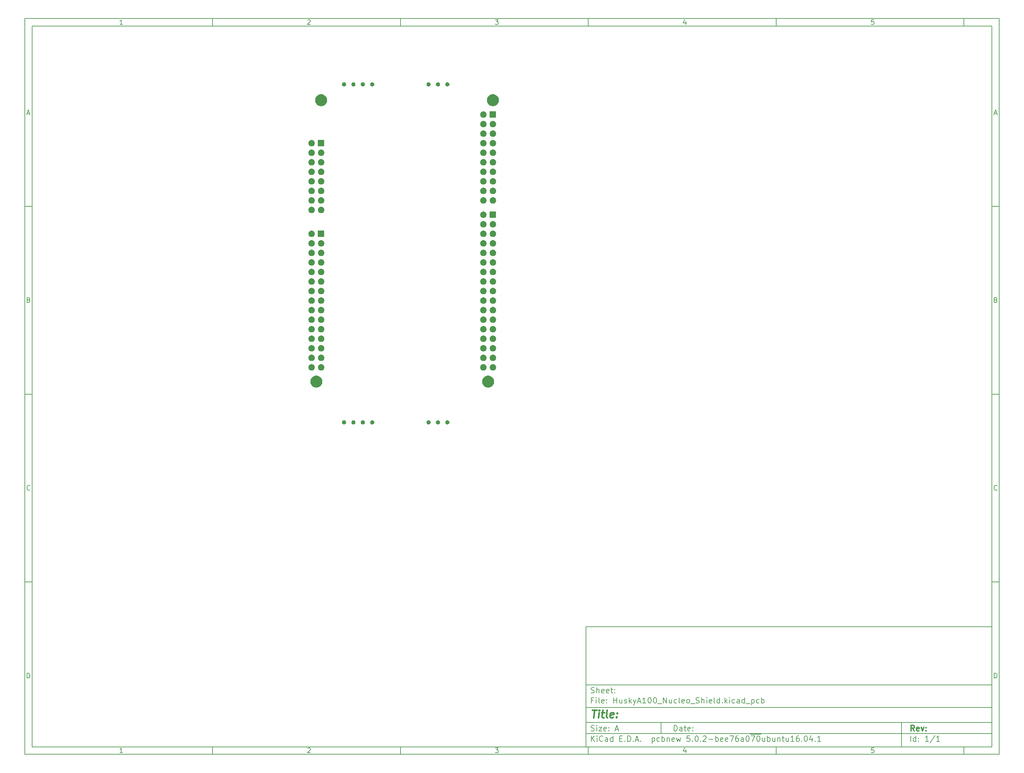
<source format=gbr>
G04 #@! TF.GenerationSoftware,KiCad,Pcbnew,5.0.2-bee76a0~70~ubuntu16.04.1*
G04 #@! TF.CreationDate,2019-01-25T11:05:23-05:00*
G04 #@! TF.ProjectId,HuskyA100_Nucleo_Shield,4875736b-7941-4313-9030-5f4e75636c65,rev?*
G04 #@! TF.SameCoordinates,Original*
G04 #@! TF.FileFunction,Soldermask,Bot*
G04 #@! TF.FilePolarity,Negative*
%FSLAX46Y46*%
G04 Gerber Fmt 4.6, Leading zero omitted, Abs format (unit mm)*
G04 Created by KiCad (PCBNEW 5.0.2-bee76a0~70~ubuntu16.04.1) date Fri 25 Jan 2019 11:05:23 AM EST*
%MOMM*%
%LPD*%
G01*
G04 APERTURE LIST*
%ADD10C,0.100000*%
%ADD11C,0.150000*%
%ADD12C,0.300000*%
%ADD13C,0.400000*%
G04 APERTURE END LIST*
D10*
D11*
X159400000Y-171900000D02*
X159400000Y-203900000D01*
X267400000Y-203900000D01*
X267400000Y-171900000D01*
X159400000Y-171900000D01*
D10*
D11*
X10000000Y-10000000D02*
X10000000Y-205900000D01*
X269400000Y-205900000D01*
X269400000Y-10000000D01*
X10000000Y-10000000D01*
D10*
D11*
X12000000Y-12000000D02*
X12000000Y-203900000D01*
X267400000Y-203900000D01*
X267400000Y-12000000D01*
X12000000Y-12000000D01*
D10*
D11*
X60000000Y-12000000D02*
X60000000Y-10000000D01*
D10*
D11*
X110000000Y-12000000D02*
X110000000Y-10000000D01*
D10*
D11*
X160000000Y-12000000D02*
X160000000Y-10000000D01*
D10*
D11*
X210000000Y-12000000D02*
X210000000Y-10000000D01*
D10*
D11*
X260000000Y-12000000D02*
X260000000Y-10000000D01*
D10*
D11*
X36065476Y-11588095D02*
X35322619Y-11588095D01*
X35694047Y-11588095D02*
X35694047Y-10288095D01*
X35570238Y-10473809D01*
X35446428Y-10597619D01*
X35322619Y-10659523D01*
D10*
D11*
X85322619Y-10411904D02*
X85384523Y-10350000D01*
X85508333Y-10288095D01*
X85817857Y-10288095D01*
X85941666Y-10350000D01*
X86003571Y-10411904D01*
X86065476Y-10535714D01*
X86065476Y-10659523D01*
X86003571Y-10845238D01*
X85260714Y-11588095D01*
X86065476Y-11588095D01*
D10*
D11*
X135260714Y-10288095D02*
X136065476Y-10288095D01*
X135632142Y-10783333D01*
X135817857Y-10783333D01*
X135941666Y-10845238D01*
X136003571Y-10907142D01*
X136065476Y-11030952D01*
X136065476Y-11340476D01*
X136003571Y-11464285D01*
X135941666Y-11526190D01*
X135817857Y-11588095D01*
X135446428Y-11588095D01*
X135322619Y-11526190D01*
X135260714Y-11464285D01*
D10*
D11*
X185941666Y-10721428D02*
X185941666Y-11588095D01*
X185632142Y-10226190D02*
X185322619Y-11154761D01*
X186127380Y-11154761D01*
D10*
D11*
X236003571Y-10288095D02*
X235384523Y-10288095D01*
X235322619Y-10907142D01*
X235384523Y-10845238D01*
X235508333Y-10783333D01*
X235817857Y-10783333D01*
X235941666Y-10845238D01*
X236003571Y-10907142D01*
X236065476Y-11030952D01*
X236065476Y-11340476D01*
X236003571Y-11464285D01*
X235941666Y-11526190D01*
X235817857Y-11588095D01*
X235508333Y-11588095D01*
X235384523Y-11526190D01*
X235322619Y-11464285D01*
D10*
D11*
X60000000Y-203900000D02*
X60000000Y-205900000D01*
D10*
D11*
X110000000Y-203900000D02*
X110000000Y-205900000D01*
D10*
D11*
X160000000Y-203900000D02*
X160000000Y-205900000D01*
D10*
D11*
X210000000Y-203900000D02*
X210000000Y-205900000D01*
D10*
D11*
X260000000Y-203900000D02*
X260000000Y-205900000D01*
D10*
D11*
X36065476Y-205488095D02*
X35322619Y-205488095D01*
X35694047Y-205488095D02*
X35694047Y-204188095D01*
X35570238Y-204373809D01*
X35446428Y-204497619D01*
X35322619Y-204559523D01*
D10*
D11*
X85322619Y-204311904D02*
X85384523Y-204250000D01*
X85508333Y-204188095D01*
X85817857Y-204188095D01*
X85941666Y-204250000D01*
X86003571Y-204311904D01*
X86065476Y-204435714D01*
X86065476Y-204559523D01*
X86003571Y-204745238D01*
X85260714Y-205488095D01*
X86065476Y-205488095D01*
D10*
D11*
X135260714Y-204188095D02*
X136065476Y-204188095D01*
X135632142Y-204683333D01*
X135817857Y-204683333D01*
X135941666Y-204745238D01*
X136003571Y-204807142D01*
X136065476Y-204930952D01*
X136065476Y-205240476D01*
X136003571Y-205364285D01*
X135941666Y-205426190D01*
X135817857Y-205488095D01*
X135446428Y-205488095D01*
X135322619Y-205426190D01*
X135260714Y-205364285D01*
D10*
D11*
X185941666Y-204621428D02*
X185941666Y-205488095D01*
X185632142Y-204126190D02*
X185322619Y-205054761D01*
X186127380Y-205054761D01*
D10*
D11*
X236003571Y-204188095D02*
X235384523Y-204188095D01*
X235322619Y-204807142D01*
X235384523Y-204745238D01*
X235508333Y-204683333D01*
X235817857Y-204683333D01*
X235941666Y-204745238D01*
X236003571Y-204807142D01*
X236065476Y-204930952D01*
X236065476Y-205240476D01*
X236003571Y-205364285D01*
X235941666Y-205426190D01*
X235817857Y-205488095D01*
X235508333Y-205488095D01*
X235384523Y-205426190D01*
X235322619Y-205364285D01*
D10*
D11*
X10000000Y-60000000D02*
X12000000Y-60000000D01*
D10*
D11*
X10000000Y-110000000D02*
X12000000Y-110000000D01*
D10*
D11*
X10000000Y-160000000D02*
X12000000Y-160000000D01*
D10*
D11*
X10690476Y-35216666D02*
X11309523Y-35216666D01*
X10566666Y-35588095D02*
X11000000Y-34288095D01*
X11433333Y-35588095D01*
D10*
D11*
X11092857Y-84907142D02*
X11278571Y-84969047D01*
X11340476Y-85030952D01*
X11402380Y-85154761D01*
X11402380Y-85340476D01*
X11340476Y-85464285D01*
X11278571Y-85526190D01*
X11154761Y-85588095D01*
X10659523Y-85588095D01*
X10659523Y-84288095D01*
X11092857Y-84288095D01*
X11216666Y-84350000D01*
X11278571Y-84411904D01*
X11340476Y-84535714D01*
X11340476Y-84659523D01*
X11278571Y-84783333D01*
X11216666Y-84845238D01*
X11092857Y-84907142D01*
X10659523Y-84907142D01*
D10*
D11*
X11402380Y-135464285D02*
X11340476Y-135526190D01*
X11154761Y-135588095D01*
X11030952Y-135588095D01*
X10845238Y-135526190D01*
X10721428Y-135402380D01*
X10659523Y-135278571D01*
X10597619Y-135030952D01*
X10597619Y-134845238D01*
X10659523Y-134597619D01*
X10721428Y-134473809D01*
X10845238Y-134350000D01*
X11030952Y-134288095D01*
X11154761Y-134288095D01*
X11340476Y-134350000D01*
X11402380Y-134411904D01*
D10*
D11*
X10659523Y-185588095D02*
X10659523Y-184288095D01*
X10969047Y-184288095D01*
X11154761Y-184350000D01*
X11278571Y-184473809D01*
X11340476Y-184597619D01*
X11402380Y-184845238D01*
X11402380Y-185030952D01*
X11340476Y-185278571D01*
X11278571Y-185402380D01*
X11154761Y-185526190D01*
X10969047Y-185588095D01*
X10659523Y-185588095D01*
D10*
D11*
X269400000Y-60000000D02*
X267400000Y-60000000D01*
D10*
D11*
X269400000Y-110000000D02*
X267400000Y-110000000D01*
D10*
D11*
X269400000Y-160000000D02*
X267400000Y-160000000D01*
D10*
D11*
X268090476Y-35216666D02*
X268709523Y-35216666D01*
X267966666Y-35588095D02*
X268400000Y-34288095D01*
X268833333Y-35588095D01*
D10*
D11*
X268492857Y-84907142D02*
X268678571Y-84969047D01*
X268740476Y-85030952D01*
X268802380Y-85154761D01*
X268802380Y-85340476D01*
X268740476Y-85464285D01*
X268678571Y-85526190D01*
X268554761Y-85588095D01*
X268059523Y-85588095D01*
X268059523Y-84288095D01*
X268492857Y-84288095D01*
X268616666Y-84350000D01*
X268678571Y-84411904D01*
X268740476Y-84535714D01*
X268740476Y-84659523D01*
X268678571Y-84783333D01*
X268616666Y-84845238D01*
X268492857Y-84907142D01*
X268059523Y-84907142D01*
D10*
D11*
X268802380Y-135464285D02*
X268740476Y-135526190D01*
X268554761Y-135588095D01*
X268430952Y-135588095D01*
X268245238Y-135526190D01*
X268121428Y-135402380D01*
X268059523Y-135278571D01*
X267997619Y-135030952D01*
X267997619Y-134845238D01*
X268059523Y-134597619D01*
X268121428Y-134473809D01*
X268245238Y-134350000D01*
X268430952Y-134288095D01*
X268554761Y-134288095D01*
X268740476Y-134350000D01*
X268802380Y-134411904D01*
D10*
D11*
X268059523Y-185588095D02*
X268059523Y-184288095D01*
X268369047Y-184288095D01*
X268554761Y-184350000D01*
X268678571Y-184473809D01*
X268740476Y-184597619D01*
X268802380Y-184845238D01*
X268802380Y-185030952D01*
X268740476Y-185278571D01*
X268678571Y-185402380D01*
X268554761Y-185526190D01*
X268369047Y-185588095D01*
X268059523Y-185588095D01*
D10*
D11*
X182832142Y-199678571D02*
X182832142Y-198178571D01*
X183189285Y-198178571D01*
X183403571Y-198250000D01*
X183546428Y-198392857D01*
X183617857Y-198535714D01*
X183689285Y-198821428D01*
X183689285Y-199035714D01*
X183617857Y-199321428D01*
X183546428Y-199464285D01*
X183403571Y-199607142D01*
X183189285Y-199678571D01*
X182832142Y-199678571D01*
X184975000Y-199678571D02*
X184975000Y-198892857D01*
X184903571Y-198750000D01*
X184760714Y-198678571D01*
X184475000Y-198678571D01*
X184332142Y-198750000D01*
X184975000Y-199607142D02*
X184832142Y-199678571D01*
X184475000Y-199678571D01*
X184332142Y-199607142D01*
X184260714Y-199464285D01*
X184260714Y-199321428D01*
X184332142Y-199178571D01*
X184475000Y-199107142D01*
X184832142Y-199107142D01*
X184975000Y-199035714D01*
X185475000Y-198678571D02*
X186046428Y-198678571D01*
X185689285Y-198178571D02*
X185689285Y-199464285D01*
X185760714Y-199607142D01*
X185903571Y-199678571D01*
X186046428Y-199678571D01*
X187117857Y-199607142D02*
X186975000Y-199678571D01*
X186689285Y-199678571D01*
X186546428Y-199607142D01*
X186475000Y-199464285D01*
X186475000Y-198892857D01*
X186546428Y-198750000D01*
X186689285Y-198678571D01*
X186975000Y-198678571D01*
X187117857Y-198750000D01*
X187189285Y-198892857D01*
X187189285Y-199035714D01*
X186475000Y-199178571D01*
X187832142Y-199535714D02*
X187903571Y-199607142D01*
X187832142Y-199678571D01*
X187760714Y-199607142D01*
X187832142Y-199535714D01*
X187832142Y-199678571D01*
X187832142Y-198750000D02*
X187903571Y-198821428D01*
X187832142Y-198892857D01*
X187760714Y-198821428D01*
X187832142Y-198750000D01*
X187832142Y-198892857D01*
D10*
D11*
X159400000Y-200400000D02*
X267400000Y-200400000D01*
D10*
D11*
X160832142Y-202478571D02*
X160832142Y-200978571D01*
X161689285Y-202478571D02*
X161046428Y-201621428D01*
X161689285Y-200978571D02*
X160832142Y-201835714D01*
X162332142Y-202478571D02*
X162332142Y-201478571D01*
X162332142Y-200978571D02*
X162260714Y-201050000D01*
X162332142Y-201121428D01*
X162403571Y-201050000D01*
X162332142Y-200978571D01*
X162332142Y-201121428D01*
X163903571Y-202335714D02*
X163832142Y-202407142D01*
X163617857Y-202478571D01*
X163475000Y-202478571D01*
X163260714Y-202407142D01*
X163117857Y-202264285D01*
X163046428Y-202121428D01*
X162975000Y-201835714D01*
X162975000Y-201621428D01*
X163046428Y-201335714D01*
X163117857Y-201192857D01*
X163260714Y-201050000D01*
X163475000Y-200978571D01*
X163617857Y-200978571D01*
X163832142Y-201050000D01*
X163903571Y-201121428D01*
X165189285Y-202478571D02*
X165189285Y-201692857D01*
X165117857Y-201550000D01*
X164975000Y-201478571D01*
X164689285Y-201478571D01*
X164546428Y-201550000D01*
X165189285Y-202407142D02*
X165046428Y-202478571D01*
X164689285Y-202478571D01*
X164546428Y-202407142D01*
X164475000Y-202264285D01*
X164475000Y-202121428D01*
X164546428Y-201978571D01*
X164689285Y-201907142D01*
X165046428Y-201907142D01*
X165189285Y-201835714D01*
X166546428Y-202478571D02*
X166546428Y-200978571D01*
X166546428Y-202407142D02*
X166403571Y-202478571D01*
X166117857Y-202478571D01*
X165975000Y-202407142D01*
X165903571Y-202335714D01*
X165832142Y-202192857D01*
X165832142Y-201764285D01*
X165903571Y-201621428D01*
X165975000Y-201550000D01*
X166117857Y-201478571D01*
X166403571Y-201478571D01*
X166546428Y-201550000D01*
X168403571Y-201692857D02*
X168903571Y-201692857D01*
X169117857Y-202478571D02*
X168403571Y-202478571D01*
X168403571Y-200978571D01*
X169117857Y-200978571D01*
X169760714Y-202335714D02*
X169832142Y-202407142D01*
X169760714Y-202478571D01*
X169689285Y-202407142D01*
X169760714Y-202335714D01*
X169760714Y-202478571D01*
X170475000Y-202478571D02*
X170475000Y-200978571D01*
X170832142Y-200978571D01*
X171046428Y-201050000D01*
X171189285Y-201192857D01*
X171260714Y-201335714D01*
X171332142Y-201621428D01*
X171332142Y-201835714D01*
X171260714Y-202121428D01*
X171189285Y-202264285D01*
X171046428Y-202407142D01*
X170832142Y-202478571D01*
X170475000Y-202478571D01*
X171975000Y-202335714D02*
X172046428Y-202407142D01*
X171975000Y-202478571D01*
X171903571Y-202407142D01*
X171975000Y-202335714D01*
X171975000Y-202478571D01*
X172617857Y-202050000D02*
X173332142Y-202050000D01*
X172475000Y-202478571D02*
X172975000Y-200978571D01*
X173475000Y-202478571D01*
X173975000Y-202335714D02*
X174046428Y-202407142D01*
X173975000Y-202478571D01*
X173903571Y-202407142D01*
X173975000Y-202335714D01*
X173975000Y-202478571D01*
X176975000Y-201478571D02*
X176975000Y-202978571D01*
X176975000Y-201550000D02*
X177117857Y-201478571D01*
X177403571Y-201478571D01*
X177546428Y-201550000D01*
X177617857Y-201621428D01*
X177689285Y-201764285D01*
X177689285Y-202192857D01*
X177617857Y-202335714D01*
X177546428Y-202407142D01*
X177403571Y-202478571D01*
X177117857Y-202478571D01*
X176975000Y-202407142D01*
X178975000Y-202407142D02*
X178832142Y-202478571D01*
X178546428Y-202478571D01*
X178403571Y-202407142D01*
X178332142Y-202335714D01*
X178260714Y-202192857D01*
X178260714Y-201764285D01*
X178332142Y-201621428D01*
X178403571Y-201550000D01*
X178546428Y-201478571D01*
X178832142Y-201478571D01*
X178975000Y-201550000D01*
X179617857Y-202478571D02*
X179617857Y-200978571D01*
X179617857Y-201550000D02*
X179760714Y-201478571D01*
X180046428Y-201478571D01*
X180189285Y-201550000D01*
X180260714Y-201621428D01*
X180332142Y-201764285D01*
X180332142Y-202192857D01*
X180260714Y-202335714D01*
X180189285Y-202407142D01*
X180046428Y-202478571D01*
X179760714Y-202478571D01*
X179617857Y-202407142D01*
X180975000Y-201478571D02*
X180975000Y-202478571D01*
X180975000Y-201621428D02*
X181046428Y-201550000D01*
X181189285Y-201478571D01*
X181403571Y-201478571D01*
X181546428Y-201550000D01*
X181617857Y-201692857D01*
X181617857Y-202478571D01*
X182903571Y-202407142D02*
X182760714Y-202478571D01*
X182475000Y-202478571D01*
X182332142Y-202407142D01*
X182260714Y-202264285D01*
X182260714Y-201692857D01*
X182332142Y-201550000D01*
X182475000Y-201478571D01*
X182760714Y-201478571D01*
X182903571Y-201550000D01*
X182975000Y-201692857D01*
X182975000Y-201835714D01*
X182260714Y-201978571D01*
X183475000Y-201478571D02*
X183760714Y-202478571D01*
X184046428Y-201764285D01*
X184332142Y-202478571D01*
X184617857Y-201478571D01*
X187046428Y-200978571D02*
X186332142Y-200978571D01*
X186260714Y-201692857D01*
X186332142Y-201621428D01*
X186475000Y-201550000D01*
X186832142Y-201550000D01*
X186975000Y-201621428D01*
X187046428Y-201692857D01*
X187117857Y-201835714D01*
X187117857Y-202192857D01*
X187046428Y-202335714D01*
X186975000Y-202407142D01*
X186832142Y-202478571D01*
X186475000Y-202478571D01*
X186332142Y-202407142D01*
X186260714Y-202335714D01*
X187760714Y-202335714D02*
X187832142Y-202407142D01*
X187760714Y-202478571D01*
X187689285Y-202407142D01*
X187760714Y-202335714D01*
X187760714Y-202478571D01*
X188760714Y-200978571D02*
X188903571Y-200978571D01*
X189046428Y-201050000D01*
X189117857Y-201121428D01*
X189189285Y-201264285D01*
X189260714Y-201550000D01*
X189260714Y-201907142D01*
X189189285Y-202192857D01*
X189117857Y-202335714D01*
X189046428Y-202407142D01*
X188903571Y-202478571D01*
X188760714Y-202478571D01*
X188617857Y-202407142D01*
X188546428Y-202335714D01*
X188475000Y-202192857D01*
X188403571Y-201907142D01*
X188403571Y-201550000D01*
X188475000Y-201264285D01*
X188546428Y-201121428D01*
X188617857Y-201050000D01*
X188760714Y-200978571D01*
X189903571Y-202335714D02*
X189975000Y-202407142D01*
X189903571Y-202478571D01*
X189832142Y-202407142D01*
X189903571Y-202335714D01*
X189903571Y-202478571D01*
X190546428Y-201121428D02*
X190617857Y-201050000D01*
X190760714Y-200978571D01*
X191117857Y-200978571D01*
X191260714Y-201050000D01*
X191332142Y-201121428D01*
X191403571Y-201264285D01*
X191403571Y-201407142D01*
X191332142Y-201621428D01*
X190475000Y-202478571D01*
X191403571Y-202478571D01*
X192046428Y-201907142D02*
X193189285Y-201907142D01*
X193903571Y-202478571D02*
X193903571Y-200978571D01*
X193903571Y-201550000D02*
X194046428Y-201478571D01*
X194332142Y-201478571D01*
X194475000Y-201550000D01*
X194546428Y-201621428D01*
X194617857Y-201764285D01*
X194617857Y-202192857D01*
X194546428Y-202335714D01*
X194475000Y-202407142D01*
X194332142Y-202478571D01*
X194046428Y-202478571D01*
X193903571Y-202407142D01*
X195832142Y-202407142D02*
X195689285Y-202478571D01*
X195403571Y-202478571D01*
X195260714Y-202407142D01*
X195189285Y-202264285D01*
X195189285Y-201692857D01*
X195260714Y-201550000D01*
X195403571Y-201478571D01*
X195689285Y-201478571D01*
X195832142Y-201550000D01*
X195903571Y-201692857D01*
X195903571Y-201835714D01*
X195189285Y-201978571D01*
X197117857Y-202407142D02*
X196975000Y-202478571D01*
X196689285Y-202478571D01*
X196546428Y-202407142D01*
X196475000Y-202264285D01*
X196475000Y-201692857D01*
X196546428Y-201550000D01*
X196689285Y-201478571D01*
X196975000Y-201478571D01*
X197117857Y-201550000D01*
X197189285Y-201692857D01*
X197189285Y-201835714D01*
X196475000Y-201978571D01*
X197689285Y-200978571D02*
X198689285Y-200978571D01*
X198046428Y-202478571D01*
X199903571Y-200978571D02*
X199617857Y-200978571D01*
X199475000Y-201050000D01*
X199403571Y-201121428D01*
X199260714Y-201335714D01*
X199189285Y-201621428D01*
X199189285Y-202192857D01*
X199260714Y-202335714D01*
X199332142Y-202407142D01*
X199475000Y-202478571D01*
X199760714Y-202478571D01*
X199903571Y-202407142D01*
X199975000Y-202335714D01*
X200046428Y-202192857D01*
X200046428Y-201835714D01*
X199975000Y-201692857D01*
X199903571Y-201621428D01*
X199760714Y-201550000D01*
X199475000Y-201550000D01*
X199332142Y-201621428D01*
X199260714Y-201692857D01*
X199189285Y-201835714D01*
X201332142Y-202478571D02*
X201332142Y-201692857D01*
X201260714Y-201550000D01*
X201117857Y-201478571D01*
X200832142Y-201478571D01*
X200689285Y-201550000D01*
X201332142Y-202407142D02*
X201189285Y-202478571D01*
X200832142Y-202478571D01*
X200689285Y-202407142D01*
X200617857Y-202264285D01*
X200617857Y-202121428D01*
X200689285Y-201978571D01*
X200832142Y-201907142D01*
X201189285Y-201907142D01*
X201332142Y-201835714D01*
X202332142Y-200978571D02*
X202475000Y-200978571D01*
X202617857Y-201050000D01*
X202689285Y-201121428D01*
X202760714Y-201264285D01*
X202832142Y-201550000D01*
X202832142Y-201907142D01*
X202760714Y-202192857D01*
X202689285Y-202335714D01*
X202617857Y-202407142D01*
X202475000Y-202478571D01*
X202332142Y-202478571D01*
X202189285Y-202407142D01*
X202117857Y-202335714D01*
X202046428Y-202192857D01*
X201975000Y-201907142D01*
X201975000Y-201550000D01*
X202046428Y-201264285D01*
X202117857Y-201121428D01*
X202189285Y-201050000D01*
X202332142Y-200978571D01*
X203117857Y-200570000D02*
X204546428Y-200570000D01*
X203332142Y-200978571D02*
X204332142Y-200978571D01*
X203689285Y-202478571D01*
X204546428Y-200570000D02*
X205975000Y-200570000D01*
X205189285Y-200978571D02*
X205332142Y-200978571D01*
X205475000Y-201050000D01*
X205546428Y-201121428D01*
X205617857Y-201264285D01*
X205689285Y-201550000D01*
X205689285Y-201907142D01*
X205617857Y-202192857D01*
X205546428Y-202335714D01*
X205475000Y-202407142D01*
X205332142Y-202478571D01*
X205189285Y-202478571D01*
X205046428Y-202407142D01*
X204975000Y-202335714D01*
X204903571Y-202192857D01*
X204832142Y-201907142D01*
X204832142Y-201550000D01*
X204903571Y-201264285D01*
X204975000Y-201121428D01*
X205046428Y-201050000D01*
X205189285Y-200978571D01*
X206975000Y-201478571D02*
X206975000Y-202478571D01*
X206332142Y-201478571D02*
X206332142Y-202264285D01*
X206403571Y-202407142D01*
X206546428Y-202478571D01*
X206760714Y-202478571D01*
X206903571Y-202407142D01*
X206975000Y-202335714D01*
X207689285Y-202478571D02*
X207689285Y-200978571D01*
X207689285Y-201550000D02*
X207832142Y-201478571D01*
X208117857Y-201478571D01*
X208260714Y-201550000D01*
X208332142Y-201621428D01*
X208403571Y-201764285D01*
X208403571Y-202192857D01*
X208332142Y-202335714D01*
X208260714Y-202407142D01*
X208117857Y-202478571D01*
X207832142Y-202478571D01*
X207689285Y-202407142D01*
X209689285Y-201478571D02*
X209689285Y-202478571D01*
X209046428Y-201478571D02*
X209046428Y-202264285D01*
X209117857Y-202407142D01*
X209260714Y-202478571D01*
X209475000Y-202478571D01*
X209617857Y-202407142D01*
X209689285Y-202335714D01*
X210403571Y-201478571D02*
X210403571Y-202478571D01*
X210403571Y-201621428D02*
X210475000Y-201550000D01*
X210617857Y-201478571D01*
X210832142Y-201478571D01*
X210975000Y-201550000D01*
X211046428Y-201692857D01*
X211046428Y-202478571D01*
X211546428Y-201478571D02*
X212117857Y-201478571D01*
X211760714Y-200978571D02*
X211760714Y-202264285D01*
X211832142Y-202407142D01*
X211975000Y-202478571D01*
X212117857Y-202478571D01*
X213260714Y-201478571D02*
X213260714Y-202478571D01*
X212617857Y-201478571D02*
X212617857Y-202264285D01*
X212689285Y-202407142D01*
X212832142Y-202478571D01*
X213046428Y-202478571D01*
X213189285Y-202407142D01*
X213260714Y-202335714D01*
X214760714Y-202478571D02*
X213903571Y-202478571D01*
X214332142Y-202478571D02*
X214332142Y-200978571D01*
X214189285Y-201192857D01*
X214046428Y-201335714D01*
X213903571Y-201407142D01*
X216046428Y-200978571D02*
X215760714Y-200978571D01*
X215617857Y-201050000D01*
X215546428Y-201121428D01*
X215403571Y-201335714D01*
X215332142Y-201621428D01*
X215332142Y-202192857D01*
X215403571Y-202335714D01*
X215475000Y-202407142D01*
X215617857Y-202478571D01*
X215903571Y-202478571D01*
X216046428Y-202407142D01*
X216117857Y-202335714D01*
X216189285Y-202192857D01*
X216189285Y-201835714D01*
X216117857Y-201692857D01*
X216046428Y-201621428D01*
X215903571Y-201550000D01*
X215617857Y-201550000D01*
X215475000Y-201621428D01*
X215403571Y-201692857D01*
X215332142Y-201835714D01*
X216832142Y-202335714D02*
X216903571Y-202407142D01*
X216832142Y-202478571D01*
X216760714Y-202407142D01*
X216832142Y-202335714D01*
X216832142Y-202478571D01*
X217832142Y-200978571D02*
X217975000Y-200978571D01*
X218117857Y-201050000D01*
X218189285Y-201121428D01*
X218260714Y-201264285D01*
X218332142Y-201550000D01*
X218332142Y-201907142D01*
X218260714Y-202192857D01*
X218189285Y-202335714D01*
X218117857Y-202407142D01*
X217975000Y-202478571D01*
X217832142Y-202478571D01*
X217689285Y-202407142D01*
X217617857Y-202335714D01*
X217546428Y-202192857D01*
X217475000Y-201907142D01*
X217475000Y-201550000D01*
X217546428Y-201264285D01*
X217617857Y-201121428D01*
X217689285Y-201050000D01*
X217832142Y-200978571D01*
X219617857Y-201478571D02*
X219617857Y-202478571D01*
X219260714Y-200907142D02*
X218903571Y-201978571D01*
X219832142Y-201978571D01*
X220403571Y-202335714D02*
X220474999Y-202407142D01*
X220403571Y-202478571D01*
X220332142Y-202407142D01*
X220403571Y-202335714D01*
X220403571Y-202478571D01*
X221903571Y-202478571D02*
X221046428Y-202478571D01*
X221475000Y-202478571D02*
X221475000Y-200978571D01*
X221332142Y-201192857D01*
X221189285Y-201335714D01*
X221046428Y-201407142D01*
D10*
D11*
X159400000Y-197400000D02*
X267400000Y-197400000D01*
D10*
D12*
X246809285Y-199678571D02*
X246309285Y-198964285D01*
X245952142Y-199678571D02*
X245952142Y-198178571D01*
X246523571Y-198178571D01*
X246666428Y-198250000D01*
X246737857Y-198321428D01*
X246809285Y-198464285D01*
X246809285Y-198678571D01*
X246737857Y-198821428D01*
X246666428Y-198892857D01*
X246523571Y-198964285D01*
X245952142Y-198964285D01*
X248023571Y-199607142D02*
X247880714Y-199678571D01*
X247595000Y-199678571D01*
X247452142Y-199607142D01*
X247380714Y-199464285D01*
X247380714Y-198892857D01*
X247452142Y-198750000D01*
X247595000Y-198678571D01*
X247880714Y-198678571D01*
X248023571Y-198750000D01*
X248095000Y-198892857D01*
X248095000Y-199035714D01*
X247380714Y-199178571D01*
X248595000Y-198678571D02*
X248952142Y-199678571D01*
X249309285Y-198678571D01*
X249880714Y-199535714D02*
X249952142Y-199607142D01*
X249880714Y-199678571D01*
X249809285Y-199607142D01*
X249880714Y-199535714D01*
X249880714Y-199678571D01*
X249880714Y-198750000D02*
X249952142Y-198821428D01*
X249880714Y-198892857D01*
X249809285Y-198821428D01*
X249880714Y-198750000D01*
X249880714Y-198892857D01*
D10*
D11*
X160760714Y-199607142D02*
X160975000Y-199678571D01*
X161332142Y-199678571D01*
X161475000Y-199607142D01*
X161546428Y-199535714D01*
X161617857Y-199392857D01*
X161617857Y-199250000D01*
X161546428Y-199107142D01*
X161475000Y-199035714D01*
X161332142Y-198964285D01*
X161046428Y-198892857D01*
X160903571Y-198821428D01*
X160832142Y-198750000D01*
X160760714Y-198607142D01*
X160760714Y-198464285D01*
X160832142Y-198321428D01*
X160903571Y-198250000D01*
X161046428Y-198178571D01*
X161403571Y-198178571D01*
X161617857Y-198250000D01*
X162260714Y-199678571D02*
X162260714Y-198678571D01*
X162260714Y-198178571D02*
X162189285Y-198250000D01*
X162260714Y-198321428D01*
X162332142Y-198250000D01*
X162260714Y-198178571D01*
X162260714Y-198321428D01*
X162832142Y-198678571D02*
X163617857Y-198678571D01*
X162832142Y-199678571D01*
X163617857Y-199678571D01*
X164760714Y-199607142D02*
X164617857Y-199678571D01*
X164332142Y-199678571D01*
X164189285Y-199607142D01*
X164117857Y-199464285D01*
X164117857Y-198892857D01*
X164189285Y-198750000D01*
X164332142Y-198678571D01*
X164617857Y-198678571D01*
X164760714Y-198750000D01*
X164832142Y-198892857D01*
X164832142Y-199035714D01*
X164117857Y-199178571D01*
X165475000Y-199535714D02*
X165546428Y-199607142D01*
X165475000Y-199678571D01*
X165403571Y-199607142D01*
X165475000Y-199535714D01*
X165475000Y-199678571D01*
X165475000Y-198750000D02*
X165546428Y-198821428D01*
X165475000Y-198892857D01*
X165403571Y-198821428D01*
X165475000Y-198750000D01*
X165475000Y-198892857D01*
X167260714Y-199250000D02*
X167975000Y-199250000D01*
X167117857Y-199678571D02*
X167617857Y-198178571D01*
X168117857Y-199678571D01*
D10*
D11*
X245832142Y-202478571D02*
X245832142Y-200978571D01*
X247189285Y-202478571D02*
X247189285Y-200978571D01*
X247189285Y-202407142D02*
X247046428Y-202478571D01*
X246760714Y-202478571D01*
X246617857Y-202407142D01*
X246546428Y-202335714D01*
X246475000Y-202192857D01*
X246475000Y-201764285D01*
X246546428Y-201621428D01*
X246617857Y-201550000D01*
X246760714Y-201478571D01*
X247046428Y-201478571D01*
X247189285Y-201550000D01*
X247903571Y-202335714D02*
X247975000Y-202407142D01*
X247903571Y-202478571D01*
X247832142Y-202407142D01*
X247903571Y-202335714D01*
X247903571Y-202478571D01*
X247903571Y-201550000D02*
X247975000Y-201621428D01*
X247903571Y-201692857D01*
X247832142Y-201621428D01*
X247903571Y-201550000D01*
X247903571Y-201692857D01*
X250546428Y-202478571D02*
X249689285Y-202478571D01*
X250117857Y-202478571D02*
X250117857Y-200978571D01*
X249975000Y-201192857D01*
X249832142Y-201335714D01*
X249689285Y-201407142D01*
X252260714Y-200907142D02*
X250975000Y-202835714D01*
X253546428Y-202478571D02*
X252689285Y-202478571D01*
X253117857Y-202478571D02*
X253117857Y-200978571D01*
X252975000Y-201192857D01*
X252832142Y-201335714D01*
X252689285Y-201407142D01*
D10*
D11*
X159400000Y-193400000D02*
X267400000Y-193400000D01*
D10*
D13*
X161112380Y-194104761D02*
X162255238Y-194104761D01*
X161433809Y-196104761D02*
X161683809Y-194104761D01*
X162671904Y-196104761D02*
X162838571Y-194771428D01*
X162921904Y-194104761D02*
X162814761Y-194200000D01*
X162898095Y-194295238D01*
X163005238Y-194200000D01*
X162921904Y-194104761D01*
X162898095Y-194295238D01*
X163505238Y-194771428D02*
X164267142Y-194771428D01*
X163874285Y-194104761D02*
X163660000Y-195819047D01*
X163731428Y-196009523D01*
X163910000Y-196104761D01*
X164100476Y-196104761D01*
X165052857Y-196104761D02*
X164874285Y-196009523D01*
X164802857Y-195819047D01*
X165017142Y-194104761D01*
X166588571Y-196009523D02*
X166386190Y-196104761D01*
X166005238Y-196104761D01*
X165826666Y-196009523D01*
X165755238Y-195819047D01*
X165850476Y-195057142D01*
X165969523Y-194866666D01*
X166171904Y-194771428D01*
X166552857Y-194771428D01*
X166731428Y-194866666D01*
X166802857Y-195057142D01*
X166779047Y-195247619D01*
X165802857Y-195438095D01*
X167552857Y-195914285D02*
X167636190Y-196009523D01*
X167529047Y-196104761D01*
X167445714Y-196009523D01*
X167552857Y-195914285D01*
X167529047Y-196104761D01*
X167683809Y-194866666D02*
X167767142Y-194961904D01*
X167660000Y-195057142D01*
X167576666Y-194961904D01*
X167683809Y-194866666D01*
X167660000Y-195057142D01*
D10*
D11*
X161332142Y-191492857D02*
X160832142Y-191492857D01*
X160832142Y-192278571D02*
X160832142Y-190778571D01*
X161546428Y-190778571D01*
X162117857Y-192278571D02*
X162117857Y-191278571D01*
X162117857Y-190778571D02*
X162046428Y-190850000D01*
X162117857Y-190921428D01*
X162189285Y-190850000D01*
X162117857Y-190778571D01*
X162117857Y-190921428D01*
X163046428Y-192278571D02*
X162903571Y-192207142D01*
X162832142Y-192064285D01*
X162832142Y-190778571D01*
X164189285Y-192207142D02*
X164046428Y-192278571D01*
X163760714Y-192278571D01*
X163617857Y-192207142D01*
X163546428Y-192064285D01*
X163546428Y-191492857D01*
X163617857Y-191350000D01*
X163760714Y-191278571D01*
X164046428Y-191278571D01*
X164189285Y-191350000D01*
X164260714Y-191492857D01*
X164260714Y-191635714D01*
X163546428Y-191778571D01*
X164903571Y-192135714D02*
X164975000Y-192207142D01*
X164903571Y-192278571D01*
X164832142Y-192207142D01*
X164903571Y-192135714D01*
X164903571Y-192278571D01*
X164903571Y-191350000D02*
X164975000Y-191421428D01*
X164903571Y-191492857D01*
X164832142Y-191421428D01*
X164903571Y-191350000D01*
X164903571Y-191492857D01*
X166760714Y-192278571D02*
X166760714Y-190778571D01*
X166760714Y-191492857D02*
X167617857Y-191492857D01*
X167617857Y-192278571D02*
X167617857Y-190778571D01*
X168975000Y-191278571D02*
X168975000Y-192278571D01*
X168332142Y-191278571D02*
X168332142Y-192064285D01*
X168403571Y-192207142D01*
X168546428Y-192278571D01*
X168760714Y-192278571D01*
X168903571Y-192207142D01*
X168975000Y-192135714D01*
X169617857Y-192207142D02*
X169760714Y-192278571D01*
X170046428Y-192278571D01*
X170189285Y-192207142D01*
X170260714Y-192064285D01*
X170260714Y-191992857D01*
X170189285Y-191850000D01*
X170046428Y-191778571D01*
X169832142Y-191778571D01*
X169689285Y-191707142D01*
X169617857Y-191564285D01*
X169617857Y-191492857D01*
X169689285Y-191350000D01*
X169832142Y-191278571D01*
X170046428Y-191278571D01*
X170189285Y-191350000D01*
X170903571Y-192278571D02*
X170903571Y-190778571D01*
X171046428Y-191707142D02*
X171475000Y-192278571D01*
X171475000Y-191278571D02*
X170903571Y-191850000D01*
X171975000Y-191278571D02*
X172332142Y-192278571D01*
X172689285Y-191278571D02*
X172332142Y-192278571D01*
X172189285Y-192635714D01*
X172117857Y-192707142D01*
X171975000Y-192778571D01*
X173189285Y-191850000D02*
X173903571Y-191850000D01*
X173046428Y-192278571D02*
X173546428Y-190778571D01*
X174046428Y-192278571D01*
X175332142Y-192278571D02*
X174475000Y-192278571D01*
X174903571Y-192278571D02*
X174903571Y-190778571D01*
X174760714Y-190992857D01*
X174617857Y-191135714D01*
X174475000Y-191207142D01*
X176260714Y-190778571D02*
X176403571Y-190778571D01*
X176546428Y-190850000D01*
X176617857Y-190921428D01*
X176689285Y-191064285D01*
X176760714Y-191350000D01*
X176760714Y-191707142D01*
X176689285Y-191992857D01*
X176617857Y-192135714D01*
X176546428Y-192207142D01*
X176403571Y-192278571D01*
X176260714Y-192278571D01*
X176117857Y-192207142D01*
X176046428Y-192135714D01*
X175975000Y-191992857D01*
X175903571Y-191707142D01*
X175903571Y-191350000D01*
X175975000Y-191064285D01*
X176046428Y-190921428D01*
X176117857Y-190850000D01*
X176260714Y-190778571D01*
X177689285Y-190778571D02*
X177832142Y-190778571D01*
X177975000Y-190850000D01*
X178046428Y-190921428D01*
X178117857Y-191064285D01*
X178189285Y-191350000D01*
X178189285Y-191707142D01*
X178117857Y-191992857D01*
X178046428Y-192135714D01*
X177975000Y-192207142D01*
X177832142Y-192278571D01*
X177689285Y-192278571D01*
X177546428Y-192207142D01*
X177475000Y-192135714D01*
X177403571Y-191992857D01*
X177332142Y-191707142D01*
X177332142Y-191350000D01*
X177403571Y-191064285D01*
X177475000Y-190921428D01*
X177546428Y-190850000D01*
X177689285Y-190778571D01*
X178475000Y-192421428D02*
X179617857Y-192421428D01*
X179975000Y-192278571D02*
X179975000Y-190778571D01*
X180832142Y-192278571D01*
X180832142Y-190778571D01*
X182189285Y-191278571D02*
X182189285Y-192278571D01*
X181546428Y-191278571D02*
X181546428Y-192064285D01*
X181617857Y-192207142D01*
X181760714Y-192278571D01*
X181975000Y-192278571D01*
X182117857Y-192207142D01*
X182189285Y-192135714D01*
X183546428Y-192207142D02*
X183403571Y-192278571D01*
X183117857Y-192278571D01*
X182975000Y-192207142D01*
X182903571Y-192135714D01*
X182832142Y-191992857D01*
X182832142Y-191564285D01*
X182903571Y-191421428D01*
X182975000Y-191350000D01*
X183117857Y-191278571D01*
X183403571Y-191278571D01*
X183546428Y-191350000D01*
X184403571Y-192278571D02*
X184260714Y-192207142D01*
X184189285Y-192064285D01*
X184189285Y-190778571D01*
X185546428Y-192207142D02*
X185403571Y-192278571D01*
X185117857Y-192278571D01*
X184975000Y-192207142D01*
X184903571Y-192064285D01*
X184903571Y-191492857D01*
X184975000Y-191350000D01*
X185117857Y-191278571D01*
X185403571Y-191278571D01*
X185546428Y-191350000D01*
X185617857Y-191492857D01*
X185617857Y-191635714D01*
X184903571Y-191778571D01*
X186475000Y-192278571D02*
X186332142Y-192207142D01*
X186260714Y-192135714D01*
X186189285Y-191992857D01*
X186189285Y-191564285D01*
X186260714Y-191421428D01*
X186332142Y-191350000D01*
X186475000Y-191278571D01*
X186689285Y-191278571D01*
X186832142Y-191350000D01*
X186903571Y-191421428D01*
X186975000Y-191564285D01*
X186975000Y-191992857D01*
X186903571Y-192135714D01*
X186832142Y-192207142D01*
X186689285Y-192278571D01*
X186475000Y-192278571D01*
X187260714Y-192421428D02*
X188403571Y-192421428D01*
X188689285Y-192207142D02*
X188903571Y-192278571D01*
X189260714Y-192278571D01*
X189403571Y-192207142D01*
X189475000Y-192135714D01*
X189546428Y-191992857D01*
X189546428Y-191850000D01*
X189475000Y-191707142D01*
X189403571Y-191635714D01*
X189260714Y-191564285D01*
X188975000Y-191492857D01*
X188832142Y-191421428D01*
X188760714Y-191350000D01*
X188689285Y-191207142D01*
X188689285Y-191064285D01*
X188760714Y-190921428D01*
X188832142Y-190850000D01*
X188975000Y-190778571D01*
X189332142Y-190778571D01*
X189546428Y-190850000D01*
X190189285Y-192278571D02*
X190189285Y-190778571D01*
X190832142Y-192278571D02*
X190832142Y-191492857D01*
X190760714Y-191350000D01*
X190617857Y-191278571D01*
X190403571Y-191278571D01*
X190260714Y-191350000D01*
X190189285Y-191421428D01*
X191546428Y-192278571D02*
X191546428Y-191278571D01*
X191546428Y-190778571D02*
X191475000Y-190850000D01*
X191546428Y-190921428D01*
X191617857Y-190850000D01*
X191546428Y-190778571D01*
X191546428Y-190921428D01*
X192832142Y-192207142D02*
X192689285Y-192278571D01*
X192403571Y-192278571D01*
X192260714Y-192207142D01*
X192189285Y-192064285D01*
X192189285Y-191492857D01*
X192260714Y-191350000D01*
X192403571Y-191278571D01*
X192689285Y-191278571D01*
X192832142Y-191350000D01*
X192903571Y-191492857D01*
X192903571Y-191635714D01*
X192189285Y-191778571D01*
X193760714Y-192278571D02*
X193617857Y-192207142D01*
X193546428Y-192064285D01*
X193546428Y-190778571D01*
X194975000Y-192278571D02*
X194975000Y-190778571D01*
X194975000Y-192207142D02*
X194832142Y-192278571D01*
X194546428Y-192278571D01*
X194403571Y-192207142D01*
X194332142Y-192135714D01*
X194260714Y-191992857D01*
X194260714Y-191564285D01*
X194332142Y-191421428D01*
X194403571Y-191350000D01*
X194546428Y-191278571D01*
X194832142Y-191278571D01*
X194975000Y-191350000D01*
X195689285Y-192135714D02*
X195760714Y-192207142D01*
X195689285Y-192278571D01*
X195617857Y-192207142D01*
X195689285Y-192135714D01*
X195689285Y-192278571D01*
X196403571Y-192278571D02*
X196403571Y-190778571D01*
X196546428Y-191707142D02*
X196975000Y-192278571D01*
X196975000Y-191278571D02*
X196403571Y-191850000D01*
X197617857Y-192278571D02*
X197617857Y-191278571D01*
X197617857Y-190778571D02*
X197546428Y-190850000D01*
X197617857Y-190921428D01*
X197689285Y-190850000D01*
X197617857Y-190778571D01*
X197617857Y-190921428D01*
X198975000Y-192207142D02*
X198832142Y-192278571D01*
X198546428Y-192278571D01*
X198403571Y-192207142D01*
X198332142Y-192135714D01*
X198260714Y-191992857D01*
X198260714Y-191564285D01*
X198332142Y-191421428D01*
X198403571Y-191350000D01*
X198546428Y-191278571D01*
X198832142Y-191278571D01*
X198975000Y-191350000D01*
X200260714Y-192278571D02*
X200260714Y-191492857D01*
X200189285Y-191350000D01*
X200046428Y-191278571D01*
X199760714Y-191278571D01*
X199617857Y-191350000D01*
X200260714Y-192207142D02*
X200117857Y-192278571D01*
X199760714Y-192278571D01*
X199617857Y-192207142D01*
X199546428Y-192064285D01*
X199546428Y-191921428D01*
X199617857Y-191778571D01*
X199760714Y-191707142D01*
X200117857Y-191707142D01*
X200260714Y-191635714D01*
X201617857Y-192278571D02*
X201617857Y-190778571D01*
X201617857Y-192207142D02*
X201475000Y-192278571D01*
X201189285Y-192278571D01*
X201046428Y-192207142D01*
X200975000Y-192135714D01*
X200903571Y-191992857D01*
X200903571Y-191564285D01*
X200975000Y-191421428D01*
X201046428Y-191350000D01*
X201189285Y-191278571D01*
X201475000Y-191278571D01*
X201617857Y-191350000D01*
X201975000Y-192421428D02*
X203117857Y-192421428D01*
X203475000Y-191278571D02*
X203475000Y-192778571D01*
X203475000Y-191350000D02*
X203617857Y-191278571D01*
X203903571Y-191278571D01*
X204046428Y-191350000D01*
X204117857Y-191421428D01*
X204189285Y-191564285D01*
X204189285Y-191992857D01*
X204117857Y-192135714D01*
X204046428Y-192207142D01*
X203903571Y-192278571D01*
X203617857Y-192278571D01*
X203475000Y-192207142D01*
X205475000Y-192207142D02*
X205332142Y-192278571D01*
X205046428Y-192278571D01*
X204903571Y-192207142D01*
X204832142Y-192135714D01*
X204760714Y-191992857D01*
X204760714Y-191564285D01*
X204832142Y-191421428D01*
X204903571Y-191350000D01*
X205046428Y-191278571D01*
X205332142Y-191278571D01*
X205475000Y-191350000D01*
X206117857Y-192278571D02*
X206117857Y-190778571D01*
X206117857Y-191350000D02*
X206260714Y-191278571D01*
X206546428Y-191278571D01*
X206689285Y-191350000D01*
X206760714Y-191421428D01*
X206832142Y-191564285D01*
X206832142Y-191992857D01*
X206760714Y-192135714D01*
X206689285Y-192207142D01*
X206546428Y-192278571D01*
X206260714Y-192278571D01*
X206117857Y-192207142D01*
D10*
D11*
X159400000Y-187400000D02*
X267400000Y-187400000D01*
D10*
D11*
X160760714Y-189507142D02*
X160975000Y-189578571D01*
X161332142Y-189578571D01*
X161475000Y-189507142D01*
X161546428Y-189435714D01*
X161617857Y-189292857D01*
X161617857Y-189150000D01*
X161546428Y-189007142D01*
X161475000Y-188935714D01*
X161332142Y-188864285D01*
X161046428Y-188792857D01*
X160903571Y-188721428D01*
X160832142Y-188650000D01*
X160760714Y-188507142D01*
X160760714Y-188364285D01*
X160832142Y-188221428D01*
X160903571Y-188150000D01*
X161046428Y-188078571D01*
X161403571Y-188078571D01*
X161617857Y-188150000D01*
X162260714Y-189578571D02*
X162260714Y-188078571D01*
X162903571Y-189578571D02*
X162903571Y-188792857D01*
X162832142Y-188650000D01*
X162689285Y-188578571D01*
X162475000Y-188578571D01*
X162332142Y-188650000D01*
X162260714Y-188721428D01*
X164189285Y-189507142D02*
X164046428Y-189578571D01*
X163760714Y-189578571D01*
X163617857Y-189507142D01*
X163546428Y-189364285D01*
X163546428Y-188792857D01*
X163617857Y-188650000D01*
X163760714Y-188578571D01*
X164046428Y-188578571D01*
X164189285Y-188650000D01*
X164260714Y-188792857D01*
X164260714Y-188935714D01*
X163546428Y-189078571D01*
X165475000Y-189507142D02*
X165332142Y-189578571D01*
X165046428Y-189578571D01*
X164903571Y-189507142D01*
X164832142Y-189364285D01*
X164832142Y-188792857D01*
X164903571Y-188650000D01*
X165046428Y-188578571D01*
X165332142Y-188578571D01*
X165475000Y-188650000D01*
X165546428Y-188792857D01*
X165546428Y-188935714D01*
X164832142Y-189078571D01*
X165975000Y-188578571D02*
X166546428Y-188578571D01*
X166189285Y-188078571D02*
X166189285Y-189364285D01*
X166260714Y-189507142D01*
X166403571Y-189578571D01*
X166546428Y-189578571D01*
X167046428Y-189435714D02*
X167117857Y-189507142D01*
X167046428Y-189578571D01*
X166975000Y-189507142D01*
X167046428Y-189435714D01*
X167046428Y-189578571D01*
X167046428Y-188650000D02*
X167117857Y-188721428D01*
X167046428Y-188792857D01*
X166975000Y-188721428D01*
X167046428Y-188650000D01*
X167046428Y-188792857D01*
D10*
D11*
X179400000Y-197400000D02*
X179400000Y-200400000D01*
D10*
D11*
X243400000Y-197400000D02*
X243400000Y-203900000D01*
D10*
G36*
X117589590Y-116957045D02*
X117660429Y-116971136D01*
X117760523Y-117012597D01*
X117850607Y-117072789D01*
X117927211Y-117149393D01*
X117927213Y-117149396D01*
X117987403Y-117239477D01*
X118028864Y-117339571D01*
X118050000Y-117445830D01*
X118050000Y-117554170D01*
X118028864Y-117660429D01*
X117987403Y-117760523D01*
X117927211Y-117850607D01*
X117850607Y-117927211D01*
X117850604Y-117927213D01*
X117760523Y-117987403D01*
X117660429Y-118028864D01*
X117589590Y-118042955D01*
X117554171Y-118050000D01*
X117445829Y-118050000D01*
X117410410Y-118042955D01*
X117339571Y-118028864D01*
X117239477Y-117987403D01*
X117149396Y-117927213D01*
X117149393Y-117927211D01*
X117072789Y-117850607D01*
X117012597Y-117760523D01*
X116971136Y-117660429D01*
X116950000Y-117554170D01*
X116950000Y-117445830D01*
X116971136Y-117339571D01*
X117012597Y-117239477D01*
X117072787Y-117149396D01*
X117072789Y-117149393D01*
X117149393Y-117072789D01*
X117239477Y-117012597D01*
X117339571Y-116971136D01*
X117410410Y-116957045D01*
X117445829Y-116950000D01*
X117554171Y-116950000D01*
X117589590Y-116957045D01*
X117589590Y-116957045D01*
G37*
G36*
X120089590Y-116957045D02*
X120160429Y-116971136D01*
X120260523Y-117012597D01*
X120350607Y-117072789D01*
X120427211Y-117149393D01*
X120427213Y-117149396D01*
X120487403Y-117239477D01*
X120528864Y-117339571D01*
X120550000Y-117445830D01*
X120550000Y-117554170D01*
X120528864Y-117660429D01*
X120487403Y-117760523D01*
X120427211Y-117850607D01*
X120350607Y-117927211D01*
X120350604Y-117927213D01*
X120260523Y-117987403D01*
X120160429Y-118028864D01*
X120089590Y-118042955D01*
X120054171Y-118050000D01*
X119945829Y-118050000D01*
X119910410Y-118042955D01*
X119839571Y-118028864D01*
X119739477Y-117987403D01*
X119649396Y-117927213D01*
X119649393Y-117927211D01*
X119572789Y-117850607D01*
X119512597Y-117760523D01*
X119471136Y-117660429D01*
X119450000Y-117554170D01*
X119450000Y-117445830D01*
X119471136Y-117339571D01*
X119512597Y-117239477D01*
X119572787Y-117149396D01*
X119572789Y-117149393D01*
X119649393Y-117072789D01*
X119739477Y-117012597D01*
X119839571Y-116971136D01*
X119910410Y-116957045D01*
X119945829Y-116950000D01*
X120054171Y-116950000D01*
X120089590Y-116957045D01*
X120089590Y-116957045D01*
G37*
G36*
X122589590Y-116957045D02*
X122660429Y-116971136D01*
X122760523Y-117012597D01*
X122850607Y-117072789D01*
X122927211Y-117149393D01*
X122927213Y-117149396D01*
X122987403Y-117239477D01*
X123028864Y-117339571D01*
X123050000Y-117445830D01*
X123050000Y-117554170D01*
X123028864Y-117660429D01*
X122987403Y-117760523D01*
X122927211Y-117850607D01*
X122850607Y-117927211D01*
X122850604Y-117927213D01*
X122760523Y-117987403D01*
X122660429Y-118028864D01*
X122589590Y-118042955D01*
X122554171Y-118050000D01*
X122445829Y-118050000D01*
X122410410Y-118042955D01*
X122339571Y-118028864D01*
X122239477Y-117987403D01*
X122149396Y-117927213D01*
X122149393Y-117927211D01*
X122072789Y-117850607D01*
X122012597Y-117760523D01*
X121971136Y-117660429D01*
X121950000Y-117554170D01*
X121950000Y-117445830D01*
X121971136Y-117339571D01*
X122012597Y-117239477D01*
X122072787Y-117149396D01*
X122072789Y-117149393D01*
X122149393Y-117072789D01*
X122239477Y-117012597D01*
X122339571Y-116971136D01*
X122410410Y-116957045D01*
X122445829Y-116950000D01*
X122554171Y-116950000D01*
X122589590Y-116957045D01*
X122589590Y-116957045D01*
G37*
G36*
X95089590Y-116957045D02*
X95160429Y-116971136D01*
X95260523Y-117012597D01*
X95350607Y-117072789D01*
X95427211Y-117149393D01*
X95427213Y-117149396D01*
X95487403Y-117239477D01*
X95528864Y-117339571D01*
X95550000Y-117445830D01*
X95550000Y-117554170D01*
X95528864Y-117660429D01*
X95487403Y-117760523D01*
X95427211Y-117850607D01*
X95350607Y-117927211D01*
X95350604Y-117927213D01*
X95260523Y-117987403D01*
X95160429Y-118028864D01*
X95089590Y-118042955D01*
X95054171Y-118050000D01*
X94945829Y-118050000D01*
X94910410Y-118042955D01*
X94839571Y-118028864D01*
X94739477Y-117987403D01*
X94649396Y-117927213D01*
X94649393Y-117927211D01*
X94572789Y-117850607D01*
X94512597Y-117760523D01*
X94471136Y-117660429D01*
X94450000Y-117554170D01*
X94450000Y-117445830D01*
X94471136Y-117339571D01*
X94512597Y-117239477D01*
X94572787Y-117149396D01*
X94572789Y-117149393D01*
X94649393Y-117072789D01*
X94739477Y-117012597D01*
X94839571Y-116971136D01*
X94910410Y-116957045D01*
X94945829Y-116950000D01*
X95054171Y-116950000D01*
X95089590Y-116957045D01*
X95089590Y-116957045D01*
G37*
G36*
X100089590Y-116957045D02*
X100160429Y-116971136D01*
X100260523Y-117012597D01*
X100350607Y-117072789D01*
X100427211Y-117149393D01*
X100427213Y-117149396D01*
X100487403Y-117239477D01*
X100528864Y-117339571D01*
X100550000Y-117445830D01*
X100550000Y-117554170D01*
X100528864Y-117660429D01*
X100487403Y-117760523D01*
X100427211Y-117850607D01*
X100350607Y-117927211D01*
X100350604Y-117927213D01*
X100260523Y-117987403D01*
X100160429Y-118028864D01*
X100089590Y-118042955D01*
X100054171Y-118050000D01*
X99945829Y-118050000D01*
X99910410Y-118042955D01*
X99839571Y-118028864D01*
X99739477Y-117987403D01*
X99649396Y-117927213D01*
X99649393Y-117927211D01*
X99572789Y-117850607D01*
X99512597Y-117760523D01*
X99471136Y-117660429D01*
X99450000Y-117554170D01*
X99450000Y-117445830D01*
X99471136Y-117339571D01*
X99512597Y-117239477D01*
X99572787Y-117149396D01*
X99572789Y-117149393D01*
X99649393Y-117072789D01*
X99739477Y-117012597D01*
X99839571Y-116971136D01*
X99910410Y-116957045D01*
X99945829Y-116950000D01*
X100054171Y-116950000D01*
X100089590Y-116957045D01*
X100089590Y-116957045D01*
G37*
G36*
X97589590Y-116957045D02*
X97660429Y-116971136D01*
X97760523Y-117012597D01*
X97850607Y-117072789D01*
X97927211Y-117149393D01*
X97927213Y-117149396D01*
X97987403Y-117239477D01*
X98028864Y-117339571D01*
X98050000Y-117445830D01*
X98050000Y-117554170D01*
X98028864Y-117660429D01*
X97987403Y-117760523D01*
X97927211Y-117850607D01*
X97850607Y-117927211D01*
X97850604Y-117927213D01*
X97760523Y-117987403D01*
X97660429Y-118028864D01*
X97589590Y-118042955D01*
X97554171Y-118050000D01*
X97445829Y-118050000D01*
X97410410Y-118042955D01*
X97339571Y-118028864D01*
X97239477Y-117987403D01*
X97149396Y-117927213D01*
X97149393Y-117927211D01*
X97072789Y-117850607D01*
X97012597Y-117760523D01*
X96971136Y-117660429D01*
X96950000Y-117554170D01*
X96950000Y-117445830D01*
X96971136Y-117339571D01*
X97012597Y-117239477D01*
X97072787Y-117149396D01*
X97072789Y-117149393D01*
X97149393Y-117072789D01*
X97239477Y-117012597D01*
X97339571Y-116971136D01*
X97410410Y-116957045D01*
X97445829Y-116950000D01*
X97554171Y-116950000D01*
X97589590Y-116957045D01*
X97589590Y-116957045D01*
G37*
G36*
X102589590Y-116957045D02*
X102660429Y-116971136D01*
X102760523Y-117012597D01*
X102850607Y-117072789D01*
X102927211Y-117149393D01*
X102927213Y-117149396D01*
X102987403Y-117239477D01*
X103028864Y-117339571D01*
X103050000Y-117445830D01*
X103050000Y-117554170D01*
X103028864Y-117660429D01*
X102987403Y-117760523D01*
X102927211Y-117850607D01*
X102850607Y-117927211D01*
X102850604Y-117927213D01*
X102760523Y-117987403D01*
X102660429Y-118028864D01*
X102589590Y-118042955D01*
X102554171Y-118050000D01*
X102445829Y-118050000D01*
X102410410Y-118042955D01*
X102339571Y-118028864D01*
X102239477Y-117987403D01*
X102149396Y-117927213D01*
X102149393Y-117927211D01*
X102072789Y-117850607D01*
X102012597Y-117760523D01*
X101971136Y-117660429D01*
X101950000Y-117554170D01*
X101950000Y-117445830D01*
X101971136Y-117339571D01*
X102012597Y-117239477D01*
X102072787Y-117149396D01*
X102072789Y-117149393D01*
X102149393Y-117072789D01*
X102239477Y-117012597D01*
X102339571Y-116971136D01*
X102410410Y-116957045D01*
X102445829Y-116950000D01*
X102554171Y-116950000D01*
X102589590Y-116957045D01*
X102589590Y-116957045D01*
G37*
G36*
X133816703Y-105141486D02*
X134107883Y-105262097D01*
X134369944Y-105437201D01*
X134592799Y-105660056D01*
X134767903Y-105922117D01*
X134888514Y-106213297D01*
X134950000Y-106522412D01*
X134950000Y-106837588D01*
X134888514Y-107146703D01*
X134767903Y-107437883D01*
X134592799Y-107699944D01*
X134369944Y-107922799D01*
X134107883Y-108097903D01*
X133816703Y-108218514D01*
X133507588Y-108280000D01*
X133192412Y-108280000D01*
X132883297Y-108218514D01*
X132592117Y-108097903D01*
X132330056Y-107922799D01*
X132107201Y-107699944D01*
X131932097Y-107437883D01*
X131811486Y-107146703D01*
X131750000Y-106837588D01*
X131750000Y-106522412D01*
X131811486Y-106213297D01*
X131932097Y-105922117D01*
X132107201Y-105660056D01*
X132330056Y-105437201D01*
X132592117Y-105262097D01*
X132883297Y-105141486D01*
X133192412Y-105080000D01*
X133507588Y-105080000D01*
X133816703Y-105141486D01*
X133816703Y-105141486D01*
G37*
G36*
X88096703Y-105141486D02*
X88387883Y-105262097D01*
X88649944Y-105437201D01*
X88872799Y-105660056D01*
X89047903Y-105922117D01*
X89168514Y-106213297D01*
X89230000Y-106522412D01*
X89230000Y-106837588D01*
X89168514Y-107146703D01*
X89047903Y-107437883D01*
X88872799Y-107699944D01*
X88649944Y-107922799D01*
X88387883Y-108097903D01*
X88096703Y-108218514D01*
X87787588Y-108280000D01*
X87472412Y-108280000D01*
X87163297Y-108218514D01*
X86872117Y-108097903D01*
X86610056Y-107922799D01*
X86387201Y-107699944D01*
X86212097Y-107437883D01*
X86091486Y-107146703D01*
X86030000Y-106837588D01*
X86030000Y-106522412D01*
X86091486Y-106213297D01*
X86212097Y-105922117D01*
X86387201Y-105660056D01*
X86610056Y-105437201D01*
X86872117Y-105262097D01*
X87163297Y-105141486D01*
X87472412Y-105080000D01*
X87787588Y-105080000D01*
X88096703Y-105141486D01*
X88096703Y-105141486D01*
G37*
G36*
X134786630Y-102032299D02*
X134946855Y-102080903D01*
X135094520Y-102159831D01*
X135223949Y-102266051D01*
X135330169Y-102395480D01*
X135409097Y-102543145D01*
X135457701Y-102703370D01*
X135474112Y-102870000D01*
X135457701Y-103036630D01*
X135409097Y-103196855D01*
X135330169Y-103344520D01*
X135223949Y-103473949D01*
X135094520Y-103580169D01*
X134946855Y-103659097D01*
X134786630Y-103707701D01*
X134661752Y-103720000D01*
X134578248Y-103720000D01*
X134453370Y-103707701D01*
X134293145Y-103659097D01*
X134145480Y-103580169D01*
X134016051Y-103473949D01*
X133909831Y-103344520D01*
X133830903Y-103196855D01*
X133782299Y-103036630D01*
X133765888Y-102870000D01*
X133782299Y-102703370D01*
X133830903Y-102543145D01*
X133909831Y-102395480D01*
X134016051Y-102266051D01*
X134145480Y-102159831D01*
X134293145Y-102080903D01*
X134453370Y-102032299D01*
X134578248Y-102020000D01*
X134661752Y-102020000D01*
X134786630Y-102032299D01*
X134786630Y-102032299D01*
G37*
G36*
X132246630Y-102032299D02*
X132406855Y-102080903D01*
X132554520Y-102159831D01*
X132683949Y-102266051D01*
X132790169Y-102395480D01*
X132869097Y-102543145D01*
X132917701Y-102703370D01*
X132934112Y-102870000D01*
X132917701Y-103036630D01*
X132869097Y-103196855D01*
X132790169Y-103344520D01*
X132683949Y-103473949D01*
X132554520Y-103580169D01*
X132406855Y-103659097D01*
X132246630Y-103707701D01*
X132121752Y-103720000D01*
X132038248Y-103720000D01*
X131913370Y-103707701D01*
X131753145Y-103659097D01*
X131605480Y-103580169D01*
X131476051Y-103473949D01*
X131369831Y-103344520D01*
X131290903Y-103196855D01*
X131242299Y-103036630D01*
X131225888Y-102870000D01*
X131242299Y-102703370D01*
X131290903Y-102543145D01*
X131369831Y-102395480D01*
X131476051Y-102266051D01*
X131605480Y-102159831D01*
X131753145Y-102080903D01*
X131913370Y-102032299D01*
X132038248Y-102020000D01*
X132121752Y-102020000D01*
X132246630Y-102032299D01*
X132246630Y-102032299D01*
G37*
G36*
X89066630Y-102032299D02*
X89226855Y-102080903D01*
X89374520Y-102159831D01*
X89503949Y-102266051D01*
X89610169Y-102395480D01*
X89689097Y-102543145D01*
X89737701Y-102703370D01*
X89754112Y-102870000D01*
X89737701Y-103036630D01*
X89689097Y-103196855D01*
X89610169Y-103344520D01*
X89503949Y-103473949D01*
X89374520Y-103580169D01*
X89226855Y-103659097D01*
X89066630Y-103707701D01*
X88941752Y-103720000D01*
X88858248Y-103720000D01*
X88733370Y-103707701D01*
X88573145Y-103659097D01*
X88425480Y-103580169D01*
X88296051Y-103473949D01*
X88189831Y-103344520D01*
X88110903Y-103196855D01*
X88062299Y-103036630D01*
X88045888Y-102870000D01*
X88062299Y-102703370D01*
X88110903Y-102543145D01*
X88189831Y-102395480D01*
X88296051Y-102266051D01*
X88425480Y-102159831D01*
X88573145Y-102080903D01*
X88733370Y-102032299D01*
X88858248Y-102020000D01*
X88941752Y-102020000D01*
X89066630Y-102032299D01*
X89066630Y-102032299D01*
G37*
G36*
X86526630Y-102032299D02*
X86686855Y-102080903D01*
X86834520Y-102159831D01*
X86963949Y-102266051D01*
X87070169Y-102395480D01*
X87149097Y-102543145D01*
X87197701Y-102703370D01*
X87214112Y-102870000D01*
X87197701Y-103036630D01*
X87149097Y-103196855D01*
X87070169Y-103344520D01*
X86963949Y-103473949D01*
X86834520Y-103580169D01*
X86686855Y-103659097D01*
X86526630Y-103707701D01*
X86401752Y-103720000D01*
X86318248Y-103720000D01*
X86193370Y-103707701D01*
X86033145Y-103659097D01*
X85885480Y-103580169D01*
X85756051Y-103473949D01*
X85649831Y-103344520D01*
X85570903Y-103196855D01*
X85522299Y-103036630D01*
X85505888Y-102870000D01*
X85522299Y-102703370D01*
X85570903Y-102543145D01*
X85649831Y-102395480D01*
X85756051Y-102266051D01*
X85885480Y-102159831D01*
X86033145Y-102080903D01*
X86193370Y-102032299D01*
X86318248Y-102020000D01*
X86401752Y-102020000D01*
X86526630Y-102032299D01*
X86526630Y-102032299D01*
G37*
G36*
X86526630Y-99492299D02*
X86686855Y-99540903D01*
X86834520Y-99619831D01*
X86963949Y-99726051D01*
X87070169Y-99855480D01*
X87149097Y-100003145D01*
X87197701Y-100163370D01*
X87214112Y-100330000D01*
X87197701Y-100496630D01*
X87149097Y-100656855D01*
X87070169Y-100804520D01*
X86963949Y-100933949D01*
X86834520Y-101040169D01*
X86686855Y-101119097D01*
X86526630Y-101167701D01*
X86401752Y-101180000D01*
X86318248Y-101180000D01*
X86193370Y-101167701D01*
X86033145Y-101119097D01*
X85885480Y-101040169D01*
X85756051Y-100933949D01*
X85649831Y-100804520D01*
X85570903Y-100656855D01*
X85522299Y-100496630D01*
X85505888Y-100330000D01*
X85522299Y-100163370D01*
X85570903Y-100003145D01*
X85649831Y-99855480D01*
X85756051Y-99726051D01*
X85885480Y-99619831D01*
X86033145Y-99540903D01*
X86193370Y-99492299D01*
X86318248Y-99480000D01*
X86401752Y-99480000D01*
X86526630Y-99492299D01*
X86526630Y-99492299D01*
G37*
G36*
X89066630Y-99492299D02*
X89226855Y-99540903D01*
X89374520Y-99619831D01*
X89503949Y-99726051D01*
X89610169Y-99855480D01*
X89689097Y-100003145D01*
X89737701Y-100163370D01*
X89754112Y-100330000D01*
X89737701Y-100496630D01*
X89689097Y-100656855D01*
X89610169Y-100804520D01*
X89503949Y-100933949D01*
X89374520Y-101040169D01*
X89226855Y-101119097D01*
X89066630Y-101167701D01*
X88941752Y-101180000D01*
X88858248Y-101180000D01*
X88733370Y-101167701D01*
X88573145Y-101119097D01*
X88425480Y-101040169D01*
X88296051Y-100933949D01*
X88189831Y-100804520D01*
X88110903Y-100656855D01*
X88062299Y-100496630D01*
X88045888Y-100330000D01*
X88062299Y-100163370D01*
X88110903Y-100003145D01*
X88189831Y-99855480D01*
X88296051Y-99726051D01*
X88425480Y-99619831D01*
X88573145Y-99540903D01*
X88733370Y-99492299D01*
X88858248Y-99480000D01*
X88941752Y-99480000D01*
X89066630Y-99492299D01*
X89066630Y-99492299D01*
G37*
G36*
X134786630Y-99492299D02*
X134946855Y-99540903D01*
X135094520Y-99619831D01*
X135223949Y-99726051D01*
X135330169Y-99855480D01*
X135409097Y-100003145D01*
X135457701Y-100163370D01*
X135474112Y-100330000D01*
X135457701Y-100496630D01*
X135409097Y-100656855D01*
X135330169Y-100804520D01*
X135223949Y-100933949D01*
X135094520Y-101040169D01*
X134946855Y-101119097D01*
X134786630Y-101167701D01*
X134661752Y-101180000D01*
X134578248Y-101180000D01*
X134453370Y-101167701D01*
X134293145Y-101119097D01*
X134145480Y-101040169D01*
X134016051Y-100933949D01*
X133909831Y-100804520D01*
X133830903Y-100656855D01*
X133782299Y-100496630D01*
X133765888Y-100330000D01*
X133782299Y-100163370D01*
X133830903Y-100003145D01*
X133909831Y-99855480D01*
X134016051Y-99726051D01*
X134145480Y-99619831D01*
X134293145Y-99540903D01*
X134453370Y-99492299D01*
X134578248Y-99480000D01*
X134661752Y-99480000D01*
X134786630Y-99492299D01*
X134786630Y-99492299D01*
G37*
G36*
X132246630Y-99492299D02*
X132406855Y-99540903D01*
X132554520Y-99619831D01*
X132683949Y-99726051D01*
X132790169Y-99855480D01*
X132869097Y-100003145D01*
X132917701Y-100163370D01*
X132934112Y-100330000D01*
X132917701Y-100496630D01*
X132869097Y-100656855D01*
X132790169Y-100804520D01*
X132683949Y-100933949D01*
X132554520Y-101040169D01*
X132406855Y-101119097D01*
X132246630Y-101167701D01*
X132121752Y-101180000D01*
X132038248Y-101180000D01*
X131913370Y-101167701D01*
X131753145Y-101119097D01*
X131605480Y-101040169D01*
X131476051Y-100933949D01*
X131369831Y-100804520D01*
X131290903Y-100656855D01*
X131242299Y-100496630D01*
X131225888Y-100330000D01*
X131242299Y-100163370D01*
X131290903Y-100003145D01*
X131369831Y-99855480D01*
X131476051Y-99726051D01*
X131605480Y-99619831D01*
X131753145Y-99540903D01*
X131913370Y-99492299D01*
X132038248Y-99480000D01*
X132121752Y-99480000D01*
X132246630Y-99492299D01*
X132246630Y-99492299D01*
G37*
G36*
X134786630Y-96952299D02*
X134946855Y-97000903D01*
X135094520Y-97079831D01*
X135223949Y-97186051D01*
X135330169Y-97315480D01*
X135409097Y-97463145D01*
X135457701Y-97623370D01*
X135474112Y-97790000D01*
X135457701Y-97956630D01*
X135409097Y-98116855D01*
X135330169Y-98264520D01*
X135223949Y-98393949D01*
X135094520Y-98500169D01*
X134946855Y-98579097D01*
X134786630Y-98627701D01*
X134661752Y-98640000D01*
X134578248Y-98640000D01*
X134453370Y-98627701D01*
X134293145Y-98579097D01*
X134145480Y-98500169D01*
X134016051Y-98393949D01*
X133909831Y-98264520D01*
X133830903Y-98116855D01*
X133782299Y-97956630D01*
X133765888Y-97790000D01*
X133782299Y-97623370D01*
X133830903Y-97463145D01*
X133909831Y-97315480D01*
X134016051Y-97186051D01*
X134145480Y-97079831D01*
X134293145Y-97000903D01*
X134453370Y-96952299D01*
X134578248Y-96940000D01*
X134661752Y-96940000D01*
X134786630Y-96952299D01*
X134786630Y-96952299D01*
G37*
G36*
X89066630Y-96952299D02*
X89226855Y-97000903D01*
X89374520Y-97079831D01*
X89503949Y-97186051D01*
X89610169Y-97315480D01*
X89689097Y-97463145D01*
X89737701Y-97623370D01*
X89754112Y-97790000D01*
X89737701Y-97956630D01*
X89689097Y-98116855D01*
X89610169Y-98264520D01*
X89503949Y-98393949D01*
X89374520Y-98500169D01*
X89226855Y-98579097D01*
X89066630Y-98627701D01*
X88941752Y-98640000D01*
X88858248Y-98640000D01*
X88733370Y-98627701D01*
X88573145Y-98579097D01*
X88425480Y-98500169D01*
X88296051Y-98393949D01*
X88189831Y-98264520D01*
X88110903Y-98116855D01*
X88062299Y-97956630D01*
X88045888Y-97790000D01*
X88062299Y-97623370D01*
X88110903Y-97463145D01*
X88189831Y-97315480D01*
X88296051Y-97186051D01*
X88425480Y-97079831D01*
X88573145Y-97000903D01*
X88733370Y-96952299D01*
X88858248Y-96940000D01*
X88941752Y-96940000D01*
X89066630Y-96952299D01*
X89066630Y-96952299D01*
G37*
G36*
X86526630Y-96952299D02*
X86686855Y-97000903D01*
X86834520Y-97079831D01*
X86963949Y-97186051D01*
X87070169Y-97315480D01*
X87149097Y-97463145D01*
X87197701Y-97623370D01*
X87214112Y-97790000D01*
X87197701Y-97956630D01*
X87149097Y-98116855D01*
X87070169Y-98264520D01*
X86963949Y-98393949D01*
X86834520Y-98500169D01*
X86686855Y-98579097D01*
X86526630Y-98627701D01*
X86401752Y-98640000D01*
X86318248Y-98640000D01*
X86193370Y-98627701D01*
X86033145Y-98579097D01*
X85885480Y-98500169D01*
X85756051Y-98393949D01*
X85649831Y-98264520D01*
X85570903Y-98116855D01*
X85522299Y-97956630D01*
X85505888Y-97790000D01*
X85522299Y-97623370D01*
X85570903Y-97463145D01*
X85649831Y-97315480D01*
X85756051Y-97186051D01*
X85885480Y-97079831D01*
X86033145Y-97000903D01*
X86193370Y-96952299D01*
X86318248Y-96940000D01*
X86401752Y-96940000D01*
X86526630Y-96952299D01*
X86526630Y-96952299D01*
G37*
G36*
X132246630Y-96952299D02*
X132406855Y-97000903D01*
X132554520Y-97079831D01*
X132683949Y-97186051D01*
X132790169Y-97315480D01*
X132869097Y-97463145D01*
X132917701Y-97623370D01*
X132934112Y-97790000D01*
X132917701Y-97956630D01*
X132869097Y-98116855D01*
X132790169Y-98264520D01*
X132683949Y-98393949D01*
X132554520Y-98500169D01*
X132406855Y-98579097D01*
X132246630Y-98627701D01*
X132121752Y-98640000D01*
X132038248Y-98640000D01*
X131913370Y-98627701D01*
X131753145Y-98579097D01*
X131605480Y-98500169D01*
X131476051Y-98393949D01*
X131369831Y-98264520D01*
X131290903Y-98116855D01*
X131242299Y-97956630D01*
X131225888Y-97790000D01*
X131242299Y-97623370D01*
X131290903Y-97463145D01*
X131369831Y-97315480D01*
X131476051Y-97186051D01*
X131605480Y-97079831D01*
X131753145Y-97000903D01*
X131913370Y-96952299D01*
X132038248Y-96940000D01*
X132121752Y-96940000D01*
X132246630Y-96952299D01*
X132246630Y-96952299D01*
G37*
G36*
X86526630Y-94412299D02*
X86686855Y-94460903D01*
X86834520Y-94539831D01*
X86963949Y-94646051D01*
X87070169Y-94775480D01*
X87149097Y-94923145D01*
X87197701Y-95083370D01*
X87214112Y-95250000D01*
X87197701Y-95416630D01*
X87149097Y-95576855D01*
X87070169Y-95724520D01*
X86963949Y-95853949D01*
X86834520Y-95960169D01*
X86686855Y-96039097D01*
X86526630Y-96087701D01*
X86401752Y-96100000D01*
X86318248Y-96100000D01*
X86193370Y-96087701D01*
X86033145Y-96039097D01*
X85885480Y-95960169D01*
X85756051Y-95853949D01*
X85649831Y-95724520D01*
X85570903Y-95576855D01*
X85522299Y-95416630D01*
X85505888Y-95250000D01*
X85522299Y-95083370D01*
X85570903Y-94923145D01*
X85649831Y-94775480D01*
X85756051Y-94646051D01*
X85885480Y-94539831D01*
X86033145Y-94460903D01*
X86193370Y-94412299D01*
X86318248Y-94400000D01*
X86401752Y-94400000D01*
X86526630Y-94412299D01*
X86526630Y-94412299D01*
G37*
G36*
X89066630Y-94412299D02*
X89226855Y-94460903D01*
X89374520Y-94539831D01*
X89503949Y-94646051D01*
X89610169Y-94775480D01*
X89689097Y-94923145D01*
X89737701Y-95083370D01*
X89754112Y-95250000D01*
X89737701Y-95416630D01*
X89689097Y-95576855D01*
X89610169Y-95724520D01*
X89503949Y-95853949D01*
X89374520Y-95960169D01*
X89226855Y-96039097D01*
X89066630Y-96087701D01*
X88941752Y-96100000D01*
X88858248Y-96100000D01*
X88733370Y-96087701D01*
X88573145Y-96039097D01*
X88425480Y-95960169D01*
X88296051Y-95853949D01*
X88189831Y-95724520D01*
X88110903Y-95576855D01*
X88062299Y-95416630D01*
X88045888Y-95250000D01*
X88062299Y-95083370D01*
X88110903Y-94923145D01*
X88189831Y-94775480D01*
X88296051Y-94646051D01*
X88425480Y-94539831D01*
X88573145Y-94460903D01*
X88733370Y-94412299D01*
X88858248Y-94400000D01*
X88941752Y-94400000D01*
X89066630Y-94412299D01*
X89066630Y-94412299D01*
G37*
G36*
X134786630Y-94412299D02*
X134946855Y-94460903D01*
X135094520Y-94539831D01*
X135223949Y-94646051D01*
X135330169Y-94775480D01*
X135409097Y-94923145D01*
X135457701Y-95083370D01*
X135474112Y-95250000D01*
X135457701Y-95416630D01*
X135409097Y-95576855D01*
X135330169Y-95724520D01*
X135223949Y-95853949D01*
X135094520Y-95960169D01*
X134946855Y-96039097D01*
X134786630Y-96087701D01*
X134661752Y-96100000D01*
X134578248Y-96100000D01*
X134453370Y-96087701D01*
X134293145Y-96039097D01*
X134145480Y-95960169D01*
X134016051Y-95853949D01*
X133909831Y-95724520D01*
X133830903Y-95576855D01*
X133782299Y-95416630D01*
X133765888Y-95250000D01*
X133782299Y-95083370D01*
X133830903Y-94923145D01*
X133909831Y-94775480D01*
X134016051Y-94646051D01*
X134145480Y-94539831D01*
X134293145Y-94460903D01*
X134453370Y-94412299D01*
X134578248Y-94400000D01*
X134661752Y-94400000D01*
X134786630Y-94412299D01*
X134786630Y-94412299D01*
G37*
G36*
X132246630Y-94412299D02*
X132406855Y-94460903D01*
X132554520Y-94539831D01*
X132683949Y-94646051D01*
X132790169Y-94775480D01*
X132869097Y-94923145D01*
X132917701Y-95083370D01*
X132934112Y-95250000D01*
X132917701Y-95416630D01*
X132869097Y-95576855D01*
X132790169Y-95724520D01*
X132683949Y-95853949D01*
X132554520Y-95960169D01*
X132406855Y-96039097D01*
X132246630Y-96087701D01*
X132121752Y-96100000D01*
X132038248Y-96100000D01*
X131913370Y-96087701D01*
X131753145Y-96039097D01*
X131605480Y-95960169D01*
X131476051Y-95853949D01*
X131369831Y-95724520D01*
X131290903Y-95576855D01*
X131242299Y-95416630D01*
X131225888Y-95250000D01*
X131242299Y-95083370D01*
X131290903Y-94923145D01*
X131369831Y-94775480D01*
X131476051Y-94646051D01*
X131605480Y-94539831D01*
X131753145Y-94460903D01*
X131913370Y-94412299D01*
X132038248Y-94400000D01*
X132121752Y-94400000D01*
X132246630Y-94412299D01*
X132246630Y-94412299D01*
G37*
G36*
X134786630Y-91872299D02*
X134946855Y-91920903D01*
X135094520Y-91999831D01*
X135223949Y-92106051D01*
X135330169Y-92235480D01*
X135409097Y-92383145D01*
X135457701Y-92543370D01*
X135474112Y-92710000D01*
X135457701Y-92876630D01*
X135409097Y-93036855D01*
X135330169Y-93184520D01*
X135223949Y-93313949D01*
X135094520Y-93420169D01*
X134946855Y-93499097D01*
X134786630Y-93547701D01*
X134661752Y-93560000D01*
X134578248Y-93560000D01*
X134453370Y-93547701D01*
X134293145Y-93499097D01*
X134145480Y-93420169D01*
X134016051Y-93313949D01*
X133909831Y-93184520D01*
X133830903Y-93036855D01*
X133782299Y-92876630D01*
X133765888Y-92710000D01*
X133782299Y-92543370D01*
X133830903Y-92383145D01*
X133909831Y-92235480D01*
X134016051Y-92106051D01*
X134145480Y-91999831D01*
X134293145Y-91920903D01*
X134453370Y-91872299D01*
X134578248Y-91860000D01*
X134661752Y-91860000D01*
X134786630Y-91872299D01*
X134786630Y-91872299D01*
G37*
G36*
X132246630Y-91872299D02*
X132406855Y-91920903D01*
X132554520Y-91999831D01*
X132683949Y-92106051D01*
X132790169Y-92235480D01*
X132869097Y-92383145D01*
X132917701Y-92543370D01*
X132934112Y-92710000D01*
X132917701Y-92876630D01*
X132869097Y-93036855D01*
X132790169Y-93184520D01*
X132683949Y-93313949D01*
X132554520Y-93420169D01*
X132406855Y-93499097D01*
X132246630Y-93547701D01*
X132121752Y-93560000D01*
X132038248Y-93560000D01*
X131913370Y-93547701D01*
X131753145Y-93499097D01*
X131605480Y-93420169D01*
X131476051Y-93313949D01*
X131369831Y-93184520D01*
X131290903Y-93036855D01*
X131242299Y-92876630D01*
X131225888Y-92710000D01*
X131242299Y-92543370D01*
X131290903Y-92383145D01*
X131369831Y-92235480D01*
X131476051Y-92106051D01*
X131605480Y-91999831D01*
X131753145Y-91920903D01*
X131913370Y-91872299D01*
X132038248Y-91860000D01*
X132121752Y-91860000D01*
X132246630Y-91872299D01*
X132246630Y-91872299D01*
G37*
G36*
X89066630Y-91872299D02*
X89226855Y-91920903D01*
X89374520Y-91999831D01*
X89503949Y-92106051D01*
X89610169Y-92235480D01*
X89689097Y-92383145D01*
X89737701Y-92543370D01*
X89754112Y-92710000D01*
X89737701Y-92876630D01*
X89689097Y-93036855D01*
X89610169Y-93184520D01*
X89503949Y-93313949D01*
X89374520Y-93420169D01*
X89226855Y-93499097D01*
X89066630Y-93547701D01*
X88941752Y-93560000D01*
X88858248Y-93560000D01*
X88733370Y-93547701D01*
X88573145Y-93499097D01*
X88425480Y-93420169D01*
X88296051Y-93313949D01*
X88189831Y-93184520D01*
X88110903Y-93036855D01*
X88062299Y-92876630D01*
X88045888Y-92710000D01*
X88062299Y-92543370D01*
X88110903Y-92383145D01*
X88189831Y-92235480D01*
X88296051Y-92106051D01*
X88425480Y-91999831D01*
X88573145Y-91920903D01*
X88733370Y-91872299D01*
X88858248Y-91860000D01*
X88941752Y-91860000D01*
X89066630Y-91872299D01*
X89066630Y-91872299D01*
G37*
G36*
X86526630Y-91872299D02*
X86686855Y-91920903D01*
X86834520Y-91999831D01*
X86963949Y-92106051D01*
X87070169Y-92235480D01*
X87149097Y-92383145D01*
X87197701Y-92543370D01*
X87214112Y-92710000D01*
X87197701Y-92876630D01*
X87149097Y-93036855D01*
X87070169Y-93184520D01*
X86963949Y-93313949D01*
X86834520Y-93420169D01*
X86686855Y-93499097D01*
X86526630Y-93547701D01*
X86401752Y-93560000D01*
X86318248Y-93560000D01*
X86193370Y-93547701D01*
X86033145Y-93499097D01*
X85885480Y-93420169D01*
X85756051Y-93313949D01*
X85649831Y-93184520D01*
X85570903Y-93036855D01*
X85522299Y-92876630D01*
X85505888Y-92710000D01*
X85522299Y-92543370D01*
X85570903Y-92383145D01*
X85649831Y-92235480D01*
X85756051Y-92106051D01*
X85885480Y-91999831D01*
X86033145Y-91920903D01*
X86193370Y-91872299D01*
X86318248Y-91860000D01*
X86401752Y-91860000D01*
X86526630Y-91872299D01*
X86526630Y-91872299D01*
G37*
G36*
X132246630Y-89332299D02*
X132406855Y-89380903D01*
X132554520Y-89459831D01*
X132683949Y-89566051D01*
X132790169Y-89695480D01*
X132869097Y-89843145D01*
X132917701Y-90003370D01*
X132934112Y-90170000D01*
X132917701Y-90336630D01*
X132869097Y-90496855D01*
X132790169Y-90644520D01*
X132683949Y-90773949D01*
X132554520Y-90880169D01*
X132406855Y-90959097D01*
X132246630Y-91007701D01*
X132121752Y-91020000D01*
X132038248Y-91020000D01*
X131913370Y-91007701D01*
X131753145Y-90959097D01*
X131605480Y-90880169D01*
X131476051Y-90773949D01*
X131369831Y-90644520D01*
X131290903Y-90496855D01*
X131242299Y-90336630D01*
X131225888Y-90170000D01*
X131242299Y-90003370D01*
X131290903Y-89843145D01*
X131369831Y-89695480D01*
X131476051Y-89566051D01*
X131605480Y-89459831D01*
X131753145Y-89380903D01*
X131913370Y-89332299D01*
X132038248Y-89320000D01*
X132121752Y-89320000D01*
X132246630Y-89332299D01*
X132246630Y-89332299D01*
G37*
G36*
X134786630Y-89332299D02*
X134946855Y-89380903D01*
X135094520Y-89459831D01*
X135223949Y-89566051D01*
X135330169Y-89695480D01*
X135409097Y-89843145D01*
X135457701Y-90003370D01*
X135474112Y-90170000D01*
X135457701Y-90336630D01*
X135409097Y-90496855D01*
X135330169Y-90644520D01*
X135223949Y-90773949D01*
X135094520Y-90880169D01*
X134946855Y-90959097D01*
X134786630Y-91007701D01*
X134661752Y-91020000D01*
X134578248Y-91020000D01*
X134453370Y-91007701D01*
X134293145Y-90959097D01*
X134145480Y-90880169D01*
X134016051Y-90773949D01*
X133909831Y-90644520D01*
X133830903Y-90496855D01*
X133782299Y-90336630D01*
X133765888Y-90170000D01*
X133782299Y-90003370D01*
X133830903Y-89843145D01*
X133909831Y-89695480D01*
X134016051Y-89566051D01*
X134145480Y-89459831D01*
X134293145Y-89380903D01*
X134453370Y-89332299D01*
X134578248Y-89320000D01*
X134661752Y-89320000D01*
X134786630Y-89332299D01*
X134786630Y-89332299D01*
G37*
G36*
X89066630Y-89332299D02*
X89226855Y-89380903D01*
X89374520Y-89459831D01*
X89503949Y-89566051D01*
X89610169Y-89695480D01*
X89689097Y-89843145D01*
X89737701Y-90003370D01*
X89754112Y-90170000D01*
X89737701Y-90336630D01*
X89689097Y-90496855D01*
X89610169Y-90644520D01*
X89503949Y-90773949D01*
X89374520Y-90880169D01*
X89226855Y-90959097D01*
X89066630Y-91007701D01*
X88941752Y-91020000D01*
X88858248Y-91020000D01*
X88733370Y-91007701D01*
X88573145Y-90959097D01*
X88425480Y-90880169D01*
X88296051Y-90773949D01*
X88189831Y-90644520D01*
X88110903Y-90496855D01*
X88062299Y-90336630D01*
X88045888Y-90170000D01*
X88062299Y-90003370D01*
X88110903Y-89843145D01*
X88189831Y-89695480D01*
X88296051Y-89566051D01*
X88425480Y-89459831D01*
X88573145Y-89380903D01*
X88733370Y-89332299D01*
X88858248Y-89320000D01*
X88941752Y-89320000D01*
X89066630Y-89332299D01*
X89066630Y-89332299D01*
G37*
G36*
X86526630Y-89332299D02*
X86686855Y-89380903D01*
X86834520Y-89459831D01*
X86963949Y-89566051D01*
X87070169Y-89695480D01*
X87149097Y-89843145D01*
X87197701Y-90003370D01*
X87214112Y-90170000D01*
X87197701Y-90336630D01*
X87149097Y-90496855D01*
X87070169Y-90644520D01*
X86963949Y-90773949D01*
X86834520Y-90880169D01*
X86686855Y-90959097D01*
X86526630Y-91007701D01*
X86401752Y-91020000D01*
X86318248Y-91020000D01*
X86193370Y-91007701D01*
X86033145Y-90959097D01*
X85885480Y-90880169D01*
X85756051Y-90773949D01*
X85649831Y-90644520D01*
X85570903Y-90496855D01*
X85522299Y-90336630D01*
X85505888Y-90170000D01*
X85522299Y-90003370D01*
X85570903Y-89843145D01*
X85649831Y-89695480D01*
X85756051Y-89566051D01*
X85885480Y-89459831D01*
X86033145Y-89380903D01*
X86193370Y-89332299D01*
X86318248Y-89320000D01*
X86401752Y-89320000D01*
X86526630Y-89332299D01*
X86526630Y-89332299D01*
G37*
G36*
X134786630Y-86792299D02*
X134946855Y-86840903D01*
X135094520Y-86919831D01*
X135223949Y-87026051D01*
X135330169Y-87155480D01*
X135409097Y-87303145D01*
X135457701Y-87463370D01*
X135474112Y-87630000D01*
X135457701Y-87796630D01*
X135409097Y-87956855D01*
X135330169Y-88104520D01*
X135223949Y-88233949D01*
X135094520Y-88340169D01*
X134946855Y-88419097D01*
X134786630Y-88467701D01*
X134661752Y-88480000D01*
X134578248Y-88480000D01*
X134453370Y-88467701D01*
X134293145Y-88419097D01*
X134145480Y-88340169D01*
X134016051Y-88233949D01*
X133909831Y-88104520D01*
X133830903Y-87956855D01*
X133782299Y-87796630D01*
X133765888Y-87630000D01*
X133782299Y-87463370D01*
X133830903Y-87303145D01*
X133909831Y-87155480D01*
X134016051Y-87026051D01*
X134145480Y-86919831D01*
X134293145Y-86840903D01*
X134453370Y-86792299D01*
X134578248Y-86780000D01*
X134661752Y-86780000D01*
X134786630Y-86792299D01*
X134786630Y-86792299D01*
G37*
G36*
X132246630Y-86792299D02*
X132406855Y-86840903D01*
X132554520Y-86919831D01*
X132683949Y-87026051D01*
X132790169Y-87155480D01*
X132869097Y-87303145D01*
X132917701Y-87463370D01*
X132934112Y-87630000D01*
X132917701Y-87796630D01*
X132869097Y-87956855D01*
X132790169Y-88104520D01*
X132683949Y-88233949D01*
X132554520Y-88340169D01*
X132406855Y-88419097D01*
X132246630Y-88467701D01*
X132121752Y-88480000D01*
X132038248Y-88480000D01*
X131913370Y-88467701D01*
X131753145Y-88419097D01*
X131605480Y-88340169D01*
X131476051Y-88233949D01*
X131369831Y-88104520D01*
X131290903Y-87956855D01*
X131242299Y-87796630D01*
X131225888Y-87630000D01*
X131242299Y-87463370D01*
X131290903Y-87303145D01*
X131369831Y-87155480D01*
X131476051Y-87026051D01*
X131605480Y-86919831D01*
X131753145Y-86840903D01*
X131913370Y-86792299D01*
X132038248Y-86780000D01*
X132121752Y-86780000D01*
X132246630Y-86792299D01*
X132246630Y-86792299D01*
G37*
G36*
X89066630Y-86792299D02*
X89226855Y-86840903D01*
X89374520Y-86919831D01*
X89503949Y-87026051D01*
X89610169Y-87155480D01*
X89689097Y-87303145D01*
X89737701Y-87463370D01*
X89754112Y-87630000D01*
X89737701Y-87796630D01*
X89689097Y-87956855D01*
X89610169Y-88104520D01*
X89503949Y-88233949D01*
X89374520Y-88340169D01*
X89226855Y-88419097D01*
X89066630Y-88467701D01*
X88941752Y-88480000D01*
X88858248Y-88480000D01*
X88733370Y-88467701D01*
X88573145Y-88419097D01*
X88425480Y-88340169D01*
X88296051Y-88233949D01*
X88189831Y-88104520D01*
X88110903Y-87956855D01*
X88062299Y-87796630D01*
X88045888Y-87630000D01*
X88062299Y-87463370D01*
X88110903Y-87303145D01*
X88189831Y-87155480D01*
X88296051Y-87026051D01*
X88425480Y-86919831D01*
X88573145Y-86840903D01*
X88733370Y-86792299D01*
X88858248Y-86780000D01*
X88941752Y-86780000D01*
X89066630Y-86792299D01*
X89066630Y-86792299D01*
G37*
G36*
X86526630Y-86792299D02*
X86686855Y-86840903D01*
X86834520Y-86919831D01*
X86963949Y-87026051D01*
X87070169Y-87155480D01*
X87149097Y-87303145D01*
X87197701Y-87463370D01*
X87214112Y-87630000D01*
X87197701Y-87796630D01*
X87149097Y-87956855D01*
X87070169Y-88104520D01*
X86963949Y-88233949D01*
X86834520Y-88340169D01*
X86686855Y-88419097D01*
X86526630Y-88467701D01*
X86401752Y-88480000D01*
X86318248Y-88480000D01*
X86193370Y-88467701D01*
X86033145Y-88419097D01*
X85885480Y-88340169D01*
X85756051Y-88233949D01*
X85649831Y-88104520D01*
X85570903Y-87956855D01*
X85522299Y-87796630D01*
X85505888Y-87630000D01*
X85522299Y-87463370D01*
X85570903Y-87303145D01*
X85649831Y-87155480D01*
X85756051Y-87026051D01*
X85885480Y-86919831D01*
X86033145Y-86840903D01*
X86193370Y-86792299D01*
X86318248Y-86780000D01*
X86401752Y-86780000D01*
X86526630Y-86792299D01*
X86526630Y-86792299D01*
G37*
G36*
X89066630Y-84252299D02*
X89226855Y-84300903D01*
X89374520Y-84379831D01*
X89503949Y-84486051D01*
X89610169Y-84615480D01*
X89689097Y-84763145D01*
X89737701Y-84923370D01*
X89754112Y-85090000D01*
X89737701Y-85256630D01*
X89689097Y-85416855D01*
X89610169Y-85564520D01*
X89503949Y-85693949D01*
X89374520Y-85800169D01*
X89226855Y-85879097D01*
X89066630Y-85927701D01*
X88941752Y-85940000D01*
X88858248Y-85940000D01*
X88733370Y-85927701D01*
X88573145Y-85879097D01*
X88425480Y-85800169D01*
X88296051Y-85693949D01*
X88189831Y-85564520D01*
X88110903Y-85416855D01*
X88062299Y-85256630D01*
X88045888Y-85090000D01*
X88062299Y-84923370D01*
X88110903Y-84763145D01*
X88189831Y-84615480D01*
X88296051Y-84486051D01*
X88425480Y-84379831D01*
X88573145Y-84300903D01*
X88733370Y-84252299D01*
X88858248Y-84240000D01*
X88941752Y-84240000D01*
X89066630Y-84252299D01*
X89066630Y-84252299D01*
G37*
G36*
X86526630Y-84252299D02*
X86686855Y-84300903D01*
X86834520Y-84379831D01*
X86963949Y-84486051D01*
X87070169Y-84615480D01*
X87149097Y-84763145D01*
X87197701Y-84923370D01*
X87214112Y-85090000D01*
X87197701Y-85256630D01*
X87149097Y-85416855D01*
X87070169Y-85564520D01*
X86963949Y-85693949D01*
X86834520Y-85800169D01*
X86686855Y-85879097D01*
X86526630Y-85927701D01*
X86401752Y-85940000D01*
X86318248Y-85940000D01*
X86193370Y-85927701D01*
X86033145Y-85879097D01*
X85885480Y-85800169D01*
X85756051Y-85693949D01*
X85649831Y-85564520D01*
X85570903Y-85416855D01*
X85522299Y-85256630D01*
X85505888Y-85090000D01*
X85522299Y-84923370D01*
X85570903Y-84763145D01*
X85649831Y-84615480D01*
X85756051Y-84486051D01*
X85885480Y-84379831D01*
X86033145Y-84300903D01*
X86193370Y-84252299D01*
X86318248Y-84240000D01*
X86401752Y-84240000D01*
X86526630Y-84252299D01*
X86526630Y-84252299D01*
G37*
G36*
X132246630Y-84252299D02*
X132406855Y-84300903D01*
X132554520Y-84379831D01*
X132683949Y-84486051D01*
X132790169Y-84615480D01*
X132869097Y-84763145D01*
X132917701Y-84923370D01*
X132934112Y-85090000D01*
X132917701Y-85256630D01*
X132869097Y-85416855D01*
X132790169Y-85564520D01*
X132683949Y-85693949D01*
X132554520Y-85800169D01*
X132406855Y-85879097D01*
X132246630Y-85927701D01*
X132121752Y-85940000D01*
X132038248Y-85940000D01*
X131913370Y-85927701D01*
X131753145Y-85879097D01*
X131605480Y-85800169D01*
X131476051Y-85693949D01*
X131369831Y-85564520D01*
X131290903Y-85416855D01*
X131242299Y-85256630D01*
X131225888Y-85090000D01*
X131242299Y-84923370D01*
X131290903Y-84763145D01*
X131369831Y-84615480D01*
X131476051Y-84486051D01*
X131605480Y-84379831D01*
X131753145Y-84300903D01*
X131913370Y-84252299D01*
X132038248Y-84240000D01*
X132121752Y-84240000D01*
X132246630Y-84252299D01*
X132246630Y-84252299D01*
G37*
G36*
X134786630Y-84252299D02*
X134946855Y-84300903D01*
X135094520Y-84379831D01*
X135223949Y-84486051D01*
X135330169Y-84615480D01*
X135409097Y-84763145D01*
X135457701Y-84923370D01*
X135474112Y-85090000D01*
X135457701Y-85256630D01*
X135409097Y-85416855D01*
X135330169Y-85564520D01*
X135223949Y-85693949D01*
X135094520Y-85800169D01*
X134946855Y-85879097D01*
X134786630Y-85927701D01*
X134661752Y-85940000D01*
X134578248Y-85940000D01*
X134453370Y-85927701D01*
X134293145Y-85879097D01*
X134145480Y-85800169D01*
X134016051Y-85693949D01*
X133909831Y-85564520D01*
X133830903Y-85416855D01*
X133782299Y-85256630D01*
X133765888Y-85090000D01*
X133782299Y-84923370D01*
X133830903Y-84763145D01*
X133909831Y-84615480D01*
X134016051Y-84486051D01*
X134145480Y-84379831D01*
X134293145Y-84300903D01*
X134453370Y-84252299D01*
X134578248Y-84240000D01*
X134661752Y-84240000D01*
X134786630Y-84252299D01*
X134786630Y-84252299D01*
G37*
G36*
X134786630Y-81712299D02*
X134946855Y-81760903D01*
X135094520Y-81839831D01*
X135223949Y-81946051D01*
X135330169Y-82075480D01*
X135409097Y-82223145D01*
X135457701Y-82383370D01*
X135474112Y-82550000D01*
X135457701Y-82716630D01*
X135409097Y-82876855D01*
X135330169Y-83024520D01*
X135223949Y-83153949D01*
X135094520Y-83260169D01*
X134946855Y-83339097D01*
X134786630Y-83387701D01*
X134661752Y-83400000D01*
X134578248Y-83400000D01*
X134453370Y-83387701D01*
X134293145Y-83339097D01*
X134145480Y-83260169D01*
X134016051Y-83153949D01*
X133909831Y-83024520D01*
X133830903Y-82876855D01*
X133782299Y-82716630D01*
X133765888Y-82550000D01*
X133782299Y-82383370D01*
X133830903Y-82223145D01*
X133909831Y-82075480D01*
X134016051Y-81946051D01*
X134145480Y-81839831D01*
X134293145Y-81760903D01*
X134453370Y-81712299D01*
X134578248Y-81700000D01*
X134661752Y-81700000D01*
X134786630Y-81712299D01*
X134786630Y-81712299D01*
G37*
G36*
X132246630Y-81712299D02*
X132406855Y-81760903D01*
X132554520Y-81839831D01*
X132683949Y-81946051D01*
X132790169Y-82075480D01*
X132869097Y-82223145D01*
X132917701Y-82383370D01*
X132934112Y-82550000D01*
X132917701Y-82716630D01*
X132869097Y-82876855D01*
X132790169Y-83024520D01*
X132683949Y-83153949D01*
X132554520Y-83260169D01*
X132406855Y-83339097D01*
X132246630Y-83387701D01*
X132121752Y-83400000D01*
X132038248Y-83400000D01*
X131913370Y-83387701D01*
X131753145Y-83339097D01*
X131605480Y-83260169D01*
X131476051Y-83153949D01*
X131369831Y-83024520D01*
X131290903Y-82876855D01*
X131242299Y-82716630D01*
X131225888Y-82550000D01*
X131242299Y-82383370D01*
X131290903Y-82223145D01*
X131369831Y-82075480D01*
X131476051Y-81946051D01*
X131605480Y-81839831D01*
X131753145Y-81760903D01*
X131913370Y-81712299D01*
X132038248Y-81700000D01*
X132121752Y-81700000D01*
X132246630Y-81712299D01*
X132246630Y-81712299D01*
G37*
G36*
X89066630Y-81712299D02*
X89226855Y-81760903D01*
X89374520Y-81839831D01*
X89503949Y-81946051D01*
X89610169Y-82075480D01*
X89689097Y-82223145D01*
X89737701Y-82383370D01*
X89754112Y-82550000D01*
X89737701Y-82716630D01*
X89689097Y-82876855D01*
X89610169Y-83024520D01*
X89503949Y-83153949D01*
X89374520Y-83260169D01*
X89226855Y-83339097D01*
X89066630Y-83387701D01*
X88941752Y-83400000D01*
X88858248Y-83400000D01*
X88733370Y-83387701D01*
X88573145Y-83339097D01*
X88425480Y-83260169D01*
X88296051Y-83153949D01*
X88189831Y-83024520D01*
X88110903Y-82876855D01*
X88062299Y-82716630D01*
X88045888Y-82550000D01*
X88062299Y-82383370D01*
X88110903Y-82223145D01*
X88189831Y-82075480D01*
X88296051Y-81946051D01*
X88425480Y-81839831D01*
X88573145Y-81760903D01*
X88733370Y-81712299D01*
X88858248Y-81700000D01*
X88941752Y-81700000D01*
X89066630Y-81712299D01*
X89066630Y-81712299D01*
G37*
G36*
X86526630Y-81712299D02*
X86686855Y-81760903D01*
X86834520Y-81839831D01*
X86963949Y-81946051D01*
X87070169Y-82075480D01*
X87149097Y-82223145D01*
X87197701Y-82383370D01*
X87214112Y-82550000D01*
X87197701Y-82716630D01*
X87149097Y-82876855D01*
X87070169Y-83024520D01*
X86963949Y-83153949D01*
X86834520Y-83260169D01*
X86686855Y-83339097D01*
X86526630Y-83387701D01*
X86401752Y-83400000D01*
X86318248Y-83400000D01*
X86193370Y-83387701D01*
X86033145Y-83339097D01*
X85885480Y-83260169D01*
X85756051Y-83153949D01*
X85649831Y-83024520D01*
X85570903Y-82876855D01*
X85522299Y-82716630D01*
X85505888Y-82550000D01*
X85522299Y-82383370D01*
X85570903Y-82223145D01*
X85649831Y-82075480D01*
X85756051Y-81946051D01*
X85885480Y-81839831D01*
X86033145Y-81760903D01*
X86193370Y-81712299D01*
X86318248Y-81700000D01*
X86401752Y-81700000D01*
X86526630Y-81712299D01*
X86526630Y-81712299D01*
G37*
G36*
X86526630Y-79172299D02*
X86686855Y-79220903D01*
X86834520Y-79299831D01*
X86963949Y-79406051D01*
X87070169Y-79535480D01*
X87149097Y-79683145D01*
X87197701Y-79843370D01*
X87214112Y-80010000D01*
X87197701Y-80176630D01*
X87149097Y-80336855D01*
X87070169Y-80484520D01*
X86963949Y-80613949D01*
X86834520Y-80720169D01*
X86686855Y-80799097D01*
X86526630Y-80847701D01*
X86401752Y-80860000D01*
X86318248Y-80860000D01*
X86193370Y-80847701D01*
X86033145Y-80799097D01*
X85885480Y-80720169D01*
X85756051Y-80613949D01*
X85649831Y-80484520D01*
X85570903Y-80336855D01*
X85522299Y-80176630D01*
X85505888Y-80010000D01*
X85522299Y-79843370D01*
X85570903Y-79683145D01*
X85649831Y-79535480D01*
X85756051Y-79406051D01*
X85885480Y-79299831D01*
X86033145Y-79220903D01*
X86193370Y-79172299D01*
X86318248Y-79160000D01*
X86401752Y-79160000D01*
X86526630Y-79172299D01*
X86526630Y-79172299D01*
G37*
G36*
X132246630Y-79172299D02*
X132406855Y-79220903D01*
X132554520Y-79299831D01*
X132683949Y-79406051D01*
X132790169Y-79535480D01*
X132869097Y-79683145D01*
X132917701Y-79843370D01*
X132934112Y-80010000D01*
X132917701Y-80176630D01*
X132869097Y-80336855D01*
X132790169Y-80484520D01*
X132683949Y-80613949D01*
X132554520Y-80720169D01*
X132406855Y-80799097D01*
X132246630Y-80847701D01*
X132121752Y-80860000D01*
X132038248Y-80860000D01*
X131913370Y-80847701D01*
X131753145Y-80799097D01*
X131605480Y-80720169D01*
X131476051Y-80613949D01*
X131369831Y-80484520D01*
X131290903Y-80336855D01*
X131242299Y-80176630D01*
X131225888Y-80010000D01*
X131242299Y-79843370D01*
X131290903Y-79683145D01*
X131369831Y-79535480D01*
X131476051Y-79406051D01*
X131605480Y-79299831D01*
X131753145Y-79220903D01*
X131913370Y-79172299D01*
X132038248Y-79160000D01*
X132121752Y-79160000D01*
X132246630Y-79172299D01*
X132246630Y-79172299D01*
G37*
G36*
X134786630Y-79172299D02*
X134946855Y-79220903D01*
X135094520Y-79299831D01*
X135223949Y-79406051D01*
X135330169Y-79535480D01*
X135409097Y-79683145D01*
X135457701Y-79843370D01*
X135474112Y-80010000D01*
X135457701Y-80176630D01*
X135409097Y-80336855D01*
X135330169Y-80484520D01*
X135223949Y-80613949D01*
X135094520Y-80720169D01*
X134946855Y-80799097D01*
X134786630Y-80847701D01*
X134661752Y-80860000D01*
X134578248Y-80860000D01*
X134453370Y-80847701D01*
X134293145Y-80799097D01*
X134145480Y-80720169D01*
X134016051Y-80613949D01*
X133909831Y-80484520D01*
X133830903Y-80336855D01*
X133782299Y-80176630D01*
X133765888Y-80010000D01*
X133782299Y-79843370D01*
X133830903Y-79683145D01*
X133909831Y-79535480D01*
X134016051Y-79406051D01*
X134145480Y-79299831D01*
X134293145Y-79220903D01*
X134453370Y-79172299D01*
X134578248Y-79160000D01*
X134661752Y-79160000D01*
X134786630Y-79172299D01*
X134786630Y-79172299D01*
G37*
G36*
X89066630Y-79172299D02*
X89226855Y-79220903D01*
X89374520Y-79299831D01*
X89503949Y-79406051D01*
X89610169Y-79535480D01*
X89689097Y-79683145D01*
X89737701Y-79843370D01*
X89754112Y-80010000D01*
X89737701Y-80176630D01*
X89689097Y-80336855D01*
X89610169Y-80484520D01*
X89503949Y-80613949D01*
X89374520Y-80720169D01*
X89226855Y-80799097D01*
X89066630Y-80847701D01*
X88941752Y-80860000D01*
X88858248Y-80860000D01*
X88733370Y-80847701D01*
X88573145Y-80799097D01*
X88425480Y-80720169D01*
X88296051Y-80613949D01*
X88189831Y-80484520D01*
X88110903Y-80336855D01*
X88062299Y-80176630D01*
X88045888Y-80010000D01*
X88062299Y-79843370D01*
X88110903Y-79683145D01*
X88189831Y-79535480D01*
X88296051Y-79406051D01*
X88425480Y-79299831D01*
X88573145Y-79220903D01*
X88733370Y-79172299D01*
X88858248Y-79160000D01*
X88941752Y-79160000D01*
X89066630Y-79172299D01*
X89066630Y-79172299D01*
G37*
G36*
X86526630Y-76632299D02*
X86686855Y-76680903D01*
X86834520Y-76759831D01*
X86963949Y-76866051D01*
X87070169Y-76995480D01*
X87149097Y-77143145D01*
X87197701Y-77303370D01*
X87214112Y-77470000D01*
X87197701Y-77636630D01*
X87149097Y-77796855D01*
X87070169Y-77944520D01*
X86963949Y-78073949D01*
X86834520Y-78180169D01*
X86686855Y-78259097D01*
X86526630Y-78307701D01*
X86401752Y-78320000D01*
X86318248Y-78320000D01*
X86193370Y-78307701D01*
X86033145Y-78259097D01*
X85885480Y-78180169D01*
X85756051Y-78073949D01*
X85649831Y-77944520D01*
X85570903Y-77796855D01*
X85522299Y-77636630D01*
X85505888Y-77470000D01*
X85522299Y-77303370D01*
X85570903Y-77143145D01*
X85649831Y-76995480D01*
X85756051Y-76866051D01*
X85885480Y-76759831D01*
X86033145Y-76680903D01*
X86193370Y-76632299D01*
X86318248Y-76620000D01*
X86401752Y-76620000D01*
X86526630Y-76632299D01*
X86526630Y-76632299D01*
G37*
G36*
X89066630Y-76632299D02*
X89226855Y-76680903D01*
X89374520Y-76759831D01*
X89503949Y-76866051D01*
X89610169Y-76995480D01*
X89689097Y-77143145D01*
X89737701Y-77303370D01*
X89754112Y-77470000D01*
X89737701Y-77636630D01*
X89689097Y-77796855D01*
X89610169Y-77944520D01*
X89503949Y-78073949D01*
X89374520Y-78180169D01*
X89226855Y-78259097D01*
X89066630Y-78307701D01*
X88941752Y-78320000D01*
X88858248Y-78320000D01*
X88733370Y-78307701D01*
X88573145Y-78259097D01*
X88425480Y-78180169D01*
X88296051Y-78073949D01*
X88189831Y-77944520D01*
X88110903Y-77796855D01*
X88062299Y-77636630D01*
X88045888Y-77470000D01*
X88062299Y-77303370D01*
X88110903Y-77143145D01*
X88189831Y-76995480D01*
X88296051Y-76866051D01*
X88425480Y-76759831D01*
X88573145Y-76680903D01*
X88733370Y-76632299D01*
X88858248Y-76620000D01*
X88941752Y-76620000D01*
X89066630Y-76632299D01*
X89066630Y-76632299D01*
G37*
G36*
X132246630Y-76632299D02*
X132406855Y-76680903D01*
X132554520Y-76759831D01*
X132683949Y-76866051D01*
X132790169Y-76995480D01*
X132869097Y-77143145D01*
X132917701Y-77303370D01*
X132934112Y-77470000D01*
X132917701Y-77636630D01*
X132869097Y-77796855D01*
X132790169Y-77944520D01*
X132683949Y-78073949D01*
X132554520Y-78180169D01*
X132406855Y-78259097D01*
X132246630Y-78307701D01*
X132121752Y-78320000D01*
X132038248Y-78320000D01*
X131913370Y-78307701D01*
X131753145Y-78259097D01*
X131605480Y-78180169D01*
X131476051Y-78073949D01*
X131369831Y-77944520D01*
X131290903Y-77796855D01*
X131242299Y-77636630D01*
X131225888Y-77470000D01*
X131242299Y-77303370D01*
X131290903Y-77143145D01*
X131369831Y-76995480D01*
X131476051Y-76866051D01*
X131605480Y-76759831D01*
X131753145Y-76680903D01*
X131913370Y-76632299D01*
X132038248Y-76620000D01*
X132121752Y-76620000D01*
X132246630Y-76632299D01*
X132246630Y-76632299D01*
G37*
G36*
X134786630Y-76632299D02*
X134946855Y-76680903D01*
X135094520Y-76759831D01*
X135223949Y-76866051D01*
X135330169Y-76995480D01*
X135409097Y-77143145D01*
X135457701Y-77303370D01*
X135474112Y-77470000D01*
X135457701Y-77636630D01*
X135409097Y-77796855D01*
X135330169Y-77944520D01*
X135223949Y-78073949D01*
X135094520Y-78180169D01*
X134946855Y-78259097D01*
X134786630Y-78307701D01*
X134661752Y-78320000D01*
X134578248Y-78320000D01*
X134453370Y-78307701D01*
X134293145Y-78259097D01*
X134145480Y-78180169D01*
X134016051Y-78073949D01*
X133909831Y-77944520D01*
X133830903Y-77796855D01*
X133782299Y-77636630D01*
X133765888Y-77470000D01*
X133782299Y-77303370D01*
X133830903Y-77143145D01*
X133909831Y-76995480D01*
X134016051Y-76866051D01*
X134145480Y-76759831D01*
X134293145Y-76680903D01*
X134453370Y-76632299D01*
X134578248Y-76620000D01*
X134661752Y-76620000D01*
X134786630Y-76632299D01*
X134786630Y-76632299D01*
G37*
G36*
X134786630Y-74092299D02*
X134946855Y-74140903D01*
X135094520Y-74219831D01*
X135223949Y-74326051D01*
X135330169Y-74455480D01*
X135409097Y-74603145D01*
X135457701Y-74763370D01*
X135474112Y-74930000D01*
X135457701Y-75096630D01*
X135409097Y-75256855D01*
X135330169Y-75404520D01*
X135223949Y-75533949D01*
X135094520Y-75640169D01*
X134946855Y-75719097D01*
X134786630Y-75767701D01*
X134661752Y-75780000D01*
X134578248Y-75780000D01*
X134453370Y-75767701D01*
X134293145Y-75719097D01*
X134145480Y-75640169D01*
X134016051Y-75533949D01*
X133909831Y-75404520D01*
X133830903Y-75256855D01*
X133782299Y-75096630D01*
X133765888Y-74930000D01*
X133782299Y-74763370D01*
X133830903Y-74603145D01*
X133909831Y-74455480D01*
X134016051Y-74326051D01*
X134145480Y-74219831D01*
X134293145Y-74140903D01*
X134453370Y-74092299D01*
X134578248Y-74080000D01*
X134661752Y-74080000D01*
X134786630Y-74092299D01*
X134786630Y-74092299D01*
G37*
G36*
X132246630Y-74092299D02*
X132406855Y-74140903D01*
X132554520Y-74219831D01*
X132683949Y-74326051D01*
X132790169Y-74455480D01*
X132869097Y-74603145D01*
X132917701Y-74763370D01*
X132934112Y-74930000D01*
X132917701Y-75096630D01*
X132869097Y-75256855D01*
X132790169Y-75404520D01*
X132683949Y-75533949D01*
X132554520Y-75640169D01*
X132406855Y-75719097D01*
X132246630Y-75767701D01*
X132121752Y-75780000D01*
X132038248Y-75780000D01*
X131913370Y-75767701D01*
X131753145Y-75719097D01*
X131605480Y-75640169D01*
X131476051Y-75533949D01*
X131369831Y-75404520D01*
X131290903Y-75256855D01*
X131242299Y-75096630D01*
X131225888Y-74930000D01*
X131242299Y-74763370D01*
X131290903Y-74603145D01*
X131369831Y-74455480D01*
X131476051Y-74326051D01*
X131605480Y-74219831D01*
X131753145Y-74140903D01*
X131913370Y-74092299D01*
X132038248Y-74080000D01*
X132121752Y-74080000D01*
X132246630Y-74092299D01*
X132246630Y-74092299D01*
G37*
G36*
X86526630Y-74092299D02*
X86686855Y-74140903D01*
X86834520Y-74219831D01*
X86963949Y-74326051D01*
X87070169Y-74455480D01*
X87149097Y-74603145D01*
X87197701Y-74763370D01*
X87214112Y-74930000D01*
X87197701Y-75096630D01*
X87149097Y-75256855D01*
X87070169Y-75404520D01*
X86963949Y-75533949D01*
X86834520Y-75640169D01*
X86686855Y-75719097D01*
X86526630Y-75767701D01*
X86401752Y-75780000D01*
X86318248Y-75780000D01*
X86193370Y-75767701D01*
X86033145Y-75719097D01*
X85885480Y-75640169D01*
X85756051Y-75533949D01*
X85649831Y-75404520D01*
X85570903Y-75256855D01*
X85522299Y-75096630D01*
X85505888Y-74930000D01*
X85522299Y-74763370D01*
X85570903Y-74603145D01*
X85649831Y-74455480D01*
X85756051Y-74326051D01*
X85885480Y-74219831D01*
X86033145Y-74140903D01*
X86193370Y-74092299D01*
X86318248Y-74080000D01*
X86401752Y-74080000D01*
X86526630Y-74092299D01*
X86526630Y-74092299D01*
G37*
G36*
X89066630Y-74092299D02*
X89226855Y-74140903D01*
X89374520Y-74219831D01*
X89503949Y-74326051D01*
X89610169Y-74455480D01*
X89689097Y-74603145D01*
X89737701Y-74763370D01*
X89754112Y-74930000D01*
X89737701Y-75096630D01*
X89689097Y-75256855D01*
X89610169Y-75404520D01*
X89503949Y-75533949D01*
X89374520Y-75640169D01*
X89226855Y-75719097D01*
X89066630Y-75767701D01*
X88941752Y-75780000D01*
X88858248Y-75780000D01*
X88733370Y-75767701D01*
X88573145Y-75719097D01*
X88425480Y-75640169D01*
X88296051Y-75533949D01*
X88189831Y-75404520D01*
X88110903Y-75256855D01*
X88062299Y-75096630D01*
X88045888Y-74930000D01*
X88062299Y-74763370D01*
X88110903Y-74603145D01*
X88189831Y-74455480D01*
X88296051Y-74326051D01*
X88425480Y-74219831D01*
X88573145Y-74140903D01*
X88733370Y-74092299D01*
X88858248Y-74080000D01*
X88941752Y-74080000D01*
X89066630Y-74092299D01*
X89066630Y-74092299D01*
G37*
G36*
X132246630Y-71552299D02*
X132406855Y-71600903D01*
X132554520Y-71679831D01*
X132683949Y-71786051D01*
X132790169Y-71915480D01*
X132869097Y-72063145D01*
X132917701Y-72223370D01*
X132934112Y-72390000D01*
X132917701Y-72556630D01*
X132869097Y-72716855D01*
X132790169Y-72864520D01*
X132683949Y-72993949D01*
X132554520Y-73100169D01*
X132406855Y-73179097D01*
X132246630Y-73227701D01*
X132121752Y-73240000D01*
X132038248Y-73240000D01*
X131913370Y-73227701D01*
X131753145Y-73179097D01*
X131605480Y-73100169D01*
X131476051Y-72993949D01*
X131369831Y-72864520D01*
X131290903Y-72716855D01*
X131242299Y-72556630D01*
X131225888Y-72390000D01*
X131242299Y-72223370D01*
X131290903Y-72063145D01*
X131369831Y-71915480D01*
X131476051Y-71786051D01*
X131605480Y-71679831D01*
X131753145Y-71600903D01*
X131913370Y-71552299D01*
X132038248Y-71540000D01*
X132121752Y-71540000D01*
X132246630Y-71552299D01*
X132246630Y-71552299D01*
G37*
G36*
X134786630Y-71552299D02*
X134946855Y-71600903D01*
X135094520Y-71679831D01*
X135223949Y-71786051D01*
X135330169Y-71915480D01*
X135409097Y-72063145D01*
X135457701Y-72223370D01*
X135474112Y-72390000D01*
X135457701Y-72556630D01*
X135409097Y-72716855D01*
X135330169Y-72864520D01*
X135223949Y-72993949D01*
X135094520Y-73100169D01*
X134946855Y-73179097D01*
X134786630Y-73227701D01*
X134661752Y-73240000D01*
X134578248Y-73240000D01*
X134453370Y-73227701D01*
X134293145Y-73179097D01*
X134145480Y-73100169D01*
X134016051Y-72993949D01*
X133909831Y-72864520D01*
X133830903Y-72716855D01*
X133782299Y-72556630D01*
X133765888Y-72390000D01*
X133782299Y-72223370D01*
X133830903Y-72063145D01*
X133909831Y-71915480D01*
X134016051Y-71786051D01*
X134145480Y-71679831D01*
X134293145Y-71600903D01*
X134453370Y-71552299D01*
X134578248Y-71540000D01*
X134661752Y-71540000D01*
X134786630Y-71552299D01*
X134786630Y-71552299D01*
G37*
G36*
X89066630Y-71552299D02*
X89226855Y-71600903D01*
X89374520Y-71679831D01*
X89503949Y-71786051D01*
X89610169Y-71915480D01*
X89689097Y-72063145D01*
X89737701Y-72223370D01*
X89754112Y-72390000D01*
X89737701Y-72556630D01*
X89689097Y-72716855D01*
X89610169Y-72864520D01*
X89503949Y-72993949D01*
X89374520Y-73100169D01*
X89226855Y-73179097D01*
X89066630Y-73227701D01*
X88941752Y-73240000D01*
X88858248Y-73240000D01*
X88733370Y-73227701D01*
X88573145Y-73179097D01*
X88425480Y-73100169D01*
X88296051Y-72993949D01*
X88189831Y-72864520D01*
X88110903Y-72716855D01*
X88062299Y-72556630D01*
X88045888Y-72390000D01*
X88062299Y-72223370D01*
X88110903Y-72063145D01*
X88189831Y-71915480D01*
X88296051Y-71786051D01*
X88425480Y-71679831D01*
X88573145Y-71600903D01*
X88733370Y-71552299D01*
X88858248Y-71540000D01*
X88941752Y-71540000D01*
X89066630Y-71552299D01*
X89066630Y-71552299D01*
G37*
G36*
X86526630Y-71552299D02*
X86686855Y-71600903D01*
X86834520Y-71679831D01*
X86963949Y-71786051D01*
X87070169Y-71915480D01*
X87149097Y-72063145D01*
X87197701Y-72223370D01*
X87214112Y-72390000D01*
X87197701Y-72556630D01*
X87149097Y-72716855D01*
X87070169Y-72864520D01*
X86963949Y-72993949D01*
X86834520Y-73100169D01*
X86686855Y-73179097D01*
X86526630Y-73227701D01*
X86401752Y-73240000D01*
X86318248Y-73240000D01*
X86193370Y-73227701D01*
X86033145Y-73179097D01*
X85885480Y-73100169D01*
X85756051Y-72993949D01*
X85649831Y-72864520D01*
X85570903Y-72716855D01*
X85522299Y-72556630D01*
X85505888Y-72390000D01*
X85522299Y-72223370D01*
X85570903Y-72063145D01*
X85649831Y-71915480D01*
X85756051Y-71786051D01*
X85885480Y-71679831D01*
X86033145Y-71600903D01*
X86193370Y-71552299D01*
X86318248Y-71540000D01*
X86401752Y-71540000D01*
X86526630Y-71552299D01*
X86526630Y-71552299D01*
G37*
G36*
X132246630Y-69012299D02*
X132406855Y-69060903D01*
X132554520Y-69139831D01*
X132683949Y-69246051D01*
X132790169Y-69375480D01*
X132869097Y-69523145D01*
X132917701Y-69683370D01*
X132934112Y-69850000D01*
X132917701Y-70016630D01*
X132869097Y-70176855D01*
X132790169Y-70324520D01*
X132683949Y-70453949D01*
X132554520Y-70560169D01*
X132406855Y-70639097D01*
X132246630Y-70687701D01*
X132121752Y-70700000D01*
X132038248Y-70700000D01*
X131913370Y-70687701D01*
X131753145Y-70639097D01*
X131605480Y-70560169D01*
X131476051Y-70453949D01*
X131369831Y-70324520D01*
X131290903Y-70176855D01*
X131242299Y-70016630D01*
X131225888Y-69850000D01*
X131242299Y-69683370D01*
X131290903Y-69523145D01*
X131369831Y-69375480D01*
X131476051Y-69246051D01*
X131605480Y-69139831D01*
X131753145Y-69060903D01*
X131913370Y-69012299D01*
X132038248Y-69000000D01*
X132121752Y-69000000D01*
X132246630Y-69012299D01*
X132246630Y-69012299D01*
G37*
G36*
X89066630Y-69012299D02*
X89226855Y-69060903D01*
X89374520Y-69139831D01*
X89503949Y-69246051D01*
X89610169Y-69375480D01*
X89689097Y-69523145D01*
X89737701Y-69683370D01*
X89754112Y-69850000D01*
X89737701Y-70016630D01*
X89689097Y-70176855D01*
X89610169Y-70324520D01*
X89503949Y-70453949D01*
X89374520Y-70560169D01*
X89226855Y-70639097D01*
X89066630Y-70687701D01*
X88941752Y-70700000D01*
X88858248Y-70700000D01*
X88733370Y-70687701D01*
X88573145Y-70639097D01*
X88425480Y-70560169D01*
X88296051Y-70453949D01*
X88189831Y-70324520D01*
X88110903Y-70176855D01*
X88062299Y-70016630D01*
X88045888Y-69850000D01*
X88062299Y-69683370D01*
X88110903Y-69523145D01*
X88189831Y-69375480D01*
X88296051Y-69246051D01*
X88425480Y-69139831D01*
X88573145Y-69060903D01*
X88733370Y-69012299D01*
X88858248Y-69000000D01*
X88941752Y-69000000D01*
X89066630Y-69012299D01*
X89066630Y-69012299D01*
G37*
G36*
X86526630Y-69012299D02*
X86686855Y-69060903D01*
X86834520Y-69139831D01*
X86963949Y-69246051D01*
X87070169Y-69375480D01*
X87149097Y-69523145D01*
X87197701Y-69683370D01*
X87214112Y-69850000D01*
X87197701Y-70016630D01*
X87149097Y-70176855D01*
X87070169Y-70324520D01*
X86963949Y-70453949D01*
X86834520Y-70560169D01*
X86686855Y-70639097D01*
X86526630Y-70687701D01*
X86401752Y-70700000D01*
X86318248Y-70700000D01*
X86193370Y-70687701D01*
X86033145Y-70639097D01*
X85885480Y-70560169D01*
X85756051Y-70453949D01*
X85649831Y-70324520D01*
X85570903Y-70176855D01*
X85522299Y-70016630D01*
X85505888Y-69850000D01*
X85522299Y-69683370D01*
X85570903Y-69523145D01*
X85649831Y-69375480D01*
X85756051Y-69246051D01*
X85885480Y-69139831D01*
X86033145Y-69060903D01*
X86193370Y-69012299D01*
X86318248Y-69000000D01*
X86401752Y-69000000D01*
X86526630Y-69012299D01*
X86526630Y-69012299D01*
G37*
G36*
X134786630Y-69012299D02*
X134946855Y-69060903D01*
X135094520Y-69139831D01*
X135223949Y-69246051D01*
X135330169Y-69375480D01*
X135409097Y-69523145D01*
X135457701Y-69683370D01*
X135474112Y-69850000D01*
X135457701Y-70016630D01*
X135409097Y-70176855D01*
X135330169Y-70324520D01*
X135223949Y-70453949D01*
X135094520Y-70560169D01*
X134946855Y-70639097D01*
X134786630Y-70687701D01*
X134661752Y-70700000D01*
X134578248Y-70700000D01*
X134453370Y-70687701D01*
X134293145Y-70639097D01*
X134145480Y-70560169D01*
X134016051Y-70453949D01*
X133909831Y-70324520D01*
X133830903Y-70176855D01*
X133782299Y-70016630D01*
X133765888Y-69850000D01*
X133782299Y-69683370D01*
X133830903Y-69523145D01*
X133909831Y-69375480D01*
X134016051Y-69246051D01*
X134145480Y-69139831D01*
X134293145Y-69060903D01*
X134453370Y-69012299D01*
X134578248Y-69000000D01*
X134661752Y-69000000D01*
X134786630Y-69012299D01*
X134786630Y-69012299D01*
G37*
G36*
X89750000Y-68160000D02*
X88050000Y-68160000D01*
X88050000Y-66460000D01*
X89750000Y-66460000D01*
X89750000Y-68160000D01*
X89750000Y-68160000D01*
G37*
G36*
X86526630Y-66472299D02*
X86686855Y-66520903D01*
X86834520Y-66599831D01*
X86963949Y-66706051D01*
X87070169Y-66835480D01*
X87149097Y-66983145D01*
X87197701Y-67143370D01*
X87214112Y-67310000D01*
X87197701Y-67476630D01*
X87149097Y-67636855D01*
X87070169Y-67784520D01*
X86963949Y-67913949D01*
X86834520Y-68020169D01*
X86686855Y-68099097D01*
X86526630Y-68147701D01*
X86401752Y-68160000D01*
X86318248Y-68160000D01*
X86193370Y-68147701D01*
X86033145Y-68099097D01*
X85885480Y-68020169D01*
X85756051Y-67913949D01*
X85649831Y-67784520D01*
X85570903Y-67636855D01*
X85522299Y-67476630D01*
X85505888Y-67310000D01*
X85522299Y-67143370D01*
X85570903Y-66983145D01*
X85649831Y-66835480D01*
X85756051Y-66706051D01*
X85885480Y-66599831D01*
X86033145Y-66520903D01*
X86193370Y-66472299D01*
X86318248Y-66460000D01*
X86401752Y-66460000D01*
X86526630Y-66472299D01*
X86526630Y-66472299D01*
G37*
G36*
X132246630Y-66472299D02*
X132406855Y-66520903D01*
X132554520Y-66599831D01*
X132683949Y-66706051D01*
X132790169Y-66835480D01*
X132869097Y-66983145D01*
X132917701Y-67143370D01*
X132934112Y-67310000D01*
X132917701Y-67476630D01*
X132869097Y-67636855D01*
X132790169Y-67784520D01*
X132683949Y-67913949D01*
X132554520Y-68020169D01*
X132406855Y-68099097D01*
X132246630Y-68147701D01*
X132121752Y-68160000D01*
X132038248Y-68160000D01*
X131913370Y-68147701D01*
X131753145Y-68099097D01*
X131605480Y-68020169D01*
X131476051Y-67913949D01*
X131369831Y-67784520D01*
X131290903Y-67636855D01*
X131242299Y-67476630D01*
X131225888Y-67310000D01*
X131242299Y-67143370D01*
X131290903Y-66983145D01*
X131369831Y-66835480D01*
X131476051Y-66706051D01*
X131605480Y-66599831D01*
X131753145Y-66520903D01*
X131913370Y-66472299D01*
X132038248Y-66460000D01*
X132121752Y-66460000D01*
X132246630Y-66472299D01*
X132246630Y-66472299D01*
G37*
G36*
X134786630Y-66472299D02*
X134946855Y-66520903D01*
X135094520Y-66599831D01*
X135223949Y-66706051D01*
X135330169Y-66835480D01*
X135409097Y-66983145D01*
X135457701Y-67143370D01*
X135474112Y-67310000D01*
X135457701Y-67476630D01*
X135409097Y-67636855D01*
X135330169Y-67784520D01*
X135223949Y-67913949D01*
X135094520Y-68020169D01*
X134946855Y-68099097D01*
X134786630Y-68147701D01*
X134661752Y-68160000D01*
X134578248Y-68160000D01*
X134453370Y-68147701D01*
X134293145Y-68099097D01*
X134145480Y-68020169D01*
X134016051Y-67913949D01*
X133909831Y-67784520D01*
X133830903Y-67636855D01*
X133782299Y-67476630D01*
X133765888Y-67310000D01*
X133782299Y-67143370D01*
X133830903Y-66983145D01*
X133909831Y-66835480D01*
X134016051Y-66706051D01*
X134145480Y-66599831D01*
X134293145Y-66520903D01*
X134453370Y-66472299D01*
X134578248Y-66460000D01*
X134661752Y-66460000D01*
X134786630Y-66472299D01*
X134786630Y-66472299D01*
G37*
G36*
X132246630Y-63932299D02*
X132406855Y-63980903D01*
X132554520Y-64059831D01*
X132683949Y-64166051D01*
X132790169Y-64295480D01*
X132869097Y-64443145D01*
X132917701Y-64603370D01*
X132934112Y-64770000D01*
X132917701Y-64936630D01*
X132869097Y-65096855D01*
X132790169Y-65244520D01*
X132683949Y-65373949D01*
X132554520Y-65480169D01*
X132406855Y-65559097D01*
X132246630Y-65607701D01*
X132121752Y-65620000D01*
X132038248Y-65620000D01*
X131913370Y-65607701D01*
X131753145Y-65559097D01*
X131605480Y-65480169D01*
X131476051Y-65373949D01*
X131369831Y-65244520D01*
X131290903Y-65096855D01*
X131242299Y-64936630D01*
X131225888Y-64770000D01*
X131242299Y-64603370D01*
X131290903Y-64443145D01*
X131369831Y-64295480D01*
X131476051Y-64166051D01*
X131605480Y-64059831D01*
X131753145Y-63980903D01*
X131913370Y-63932299D01*
X132038248Y-63920000D01*
X132121752Y-63920000D01*
X132246630Y-63932299D01*
X132246630Y-63932299D01*
G37*
G36*
X134786630Y-63932299D02*
X134946855Y-63980903D01*
X135094520Y-64059831D01*
X135223949Y-64166051D01*
X135330169Y-64295480D01*
X135409097Y-64443145D01*
X135457701Y-64603370D01*
X135474112Y-64770000D01*
X135457701Y-64936630D01*
X135409097Y-65096855D01*
X135330169Y-65244520D01*
X135223949Y-65373949D01*
X135094520Y-65480169D01*
X134946855Y-65559097D01*
X134786630Y-65607701D01*
X134661752Y-65620000D01*
X134578248Y-65620000D01*
X134453370Y-65607701D01*
X134293145Y-65559097D01*
X134145480Y-65480169D01*
X134016051Y-65373949D01*
X133909831Y-65244520D01*
X133830903Y-65096855D01*
X133782299Y-64936630D01*
X133765888Y-64770000D01*
X133782299Y-64603370D01*
X133830903Y-64443145D01*
X133909831Y-64295480D01*
X134016051Y-64166051D01*
X134145480Y-64059831D01*
X134293145Y-63980903D01*
X134453370Y-63932299D01*
X134578248Y-63920000D01*
X134661752Y-63920000D01*
X134786630Y-63932299D01*
X134786630Y-63932299D01*
G37*
G36*
X132246630Y-61392299D02*
X132406855Y-61440903D01*
X132554520Y-61519831D01*
X132683949Y-61626051D01*
X132790169Y-61755480D01*
X132869097Y-61903145D01*
X132917701Y-62063370D01*
X132934112Y-62230000D01*
X132917701Y-62396630D01*
X132869097Y-62556855D01*
X132790169Y-62704520D01*
X132683949Y-62833949D01*
X132554520Y-62940169D01*
X132406855Y-63019097D01*
X132246630Y-63067701D01*
X132121752Y-63080000D01*
X132038248Y-63080000D01*
X131913370Y-63067701D01*
X131753145Y-63019097D01*
X131605480Y-62940169D01*
X131476051Y-62833949D01*
X131369831Y-62704520D01*
X131290903Y-62556855D01*
X131242299Y-62396630D01*
X131225888Y-62230000D01*
X131242299Y-62063370D01*
X131290903Y-61903145D01*
X131369831Y-61755480D01*
X131476051Y-61626051D01*
X131605480Y-61519831D01*
X131753145Y-61440903D01*
X131913370Y-61392299D01*
X132038248Y-61380000D01*
X132121752Y-61380000D01*
X132246630Y-61392299D01*
X132246630Y-61392299D01*
G37*
G36*
X135470000Y-63080000D02*
X133770000Y-63080000D01*
X133770000Y-61380000D01*
X135470000Y-61380000D01*
X135470000Y-63080000D01*
X135470000Y-63080000D01*
G37*
G36*
X86526630Y-60122299D02*
X86686855Y-60170903D01*
X86834520Y-60249831D01*
X86963949Y-60356051D01*
X87070169Y-60485480D01*
X87149097Y-60633145D01*
X87197701Y-60793370D01*
X87214112Y-60960000D01*
X87197701Y-61126630D01*
X87149097Y-61286855D01*
X87070169Y-61434520D01*
X86963949Y-61563949D01*
X86834520Y-61670169D01*
X86686855Y-61749097D01*
X86526630Y-61797701D01*
X86401752Y-61810000D01*
X86318248Y-61810000D01*
X86193370Y-61797701D01*
X86033145Y-61749097D01*
X85885480Y-61670169D01*
X85756051Y-61563949D01*
X85649831Y-61434520D01*
X85570903Y-61286855D01*
X85522299Y-61126630D01*
X85505888Y-60960000D01*
X85522299Y-60793370D01*
X85570903Y-60633145D01*
X85649831Y-60485480D01*
X85756051Y-60356051D01*
X85885480Y-60249831D01*
X86033145Y-60170903D01*
X86193370Y-60122299D01*
X86318248Y-60110000D01*
X86401752Y-60110000D01*
X86526630Y-60122299D01*
X86526630Y-60122299D01*
G37*
G36*
X89066630Y-60122299D02*
X89226855Y-60170903D01*
X89374520Y-60249831D01*
X89503949Y-60356051D01*
X89610169Y-60485480D01*
X89689097Y-60633145D01*
X89737701Y-60793370D01*
X89754112Y-60960000D01*
X89737701Y-61126630D01*
X89689097Y-61286855D01*
X89610169Y-61434520D01*
X89503949Y-61563949D01*
X89374520Y-61670169D01*
X89226855Y-61749097D01*
X89066630Y-61797701D01*
X88941752Y-61810000D01*
X88858248Y-61810000D01*
X88733370Y-61797701D01*
X88573145Y-61749097D01*
X88425480Y-61670169D01*
X88296051Y-61563949D01*
X88189831Y-61434520D01*
X88110903Y-61286855D01*
X88062299Y-61126630D01*
X88045888Y-60960000D01*
X88062299Y-60793370D01*
X88110903Y-60633145D01*
X88189831Y-60485480D01*
X88296051Y-60356051D01*
X88425480Y-60249831D01*
X88573145Y-60170903D01*
X88733370Y-60122299D01*
X88858248Y-60110000D01*
X88941752Y-60110000D01*
X89066630Y-60122299D01*
X89066630Y-60122299D01*
G37*
G36*
X134786630Y-57582299D02*
X134946855Y-57630903D01*
X135094520Y-57709831D01*
X135223949Y-57816051D01*
X135330169Y-57945480D01*
X135409097Y-58093145D01*
X135457701Y-58253370D01*
X135474112Y-58420000D01*
X135457701Y-58586630D01*
X135409097Y-58746855D01*
X135330169Y-58894520D01*
X135223949Y-59023949D01*
X135094520Y-59130169D01*
X134946855Y-59209097D01*
X134786630Y-59257701D01*
X134661752Y-59270000D01*
X134578248Y-59270000D01*
X134453370Y-59257701D01*
X134293145Y-59209097D01*
X134145480Y-59130169D01*
X134016051Y-59023949D01*
X133909831Y-58894520D01*
X133830903Y-58746855D01*
X133782299Y-58586630D01*
X133765888Y-58420000D01*
X133782299Y-58253370D01*
X133830903Y-58093145D01*
X133909831Y-57945480D01*
X134016051Y-57816051D01*
X134145480Y-57709831D01*
X134293145Y-57630903D01*
X134453370Y-57582299D01*
X134578248Y-57570000D01*
X134661752Y-57570000D01*
X134786630Y-57582299D01*
X134786630Y-57582299D01*
G37*
G36*
X86526630Y-57582299D02*
X86686855Y-57630903D01*
X86834520Y-57709831D01*
X86963949Y-57816051D01*
X87070169Y-57945480D01*
X87149097Y-58093145D01*
X87197701Y-58253370D01*
X87214112Y-58420000D01*
X87197701Y-58586630D01*
X87149097Y-58746855D01*
X87070169Y-58894520D01*
X86963949Y-59023949D01*
X86834520Y-59130169D01*
X86686855Y-59209097D01*
X86526630Y-59257701D01*
X86401752Y-59270000D01*
X86318248Y-59270000D01*
X86193370Y-59257701D01*
X86033145Y-59209097D01*
X85885480Y-59130169D01*
X85756051Y-59023949D01*
X85649831Y-58894520D01*
X85570903Y-58746855D01*
X85522299Y-58586630D01*
X85505888Y-58420000D01*
X85522299Y-58253370D01*
X85570903Y-58093145D01*
X85649831Y-57945480D01*
X85756051Y-57816051D01*
X85885480Y-57709831D01*
X86033145Y-57630903D01*
X86193370Y-57582299D01*
X86318248Y-57570000D01*
X86401752Y-57570000D01*
X86526630Y-57582299D01*
X86526630Y-57582299D01*
G37*
G36*
X89066630Y-57582299D02*
X89226855Y-57630903D01*
X89374520Y-57709831D01*
X89503949Y-57816051D01*
X89610169Y-57945480D01*
X89689097Y-58093145D01*
X89737701Y-58253370D01*
X89754112Y-58420000D01*
X89737701Y-58586630D01*
X89689097Y-58746855D01*
X89610169Y-58894520D01*
X89503949Y-59023949D01*
X89374520Y-59130169D01*
X89226855Y-59209097D01*
X89066630Y-59257701D01*
X88941752Y-59270000D01*
X88858248Y-59270000D01*
X88733370Y-59257701D01*
X88573145Y-59209097D01*
X88425480Y-59130169D01*
X88296051Y-59023949D01*
X88189831Y-58894520D01*
X88110903Y-58746855D01*
X88062299Y-58586630D01*
X88045888Y-58420000D01*
X88062299Y-58253370D01*
X88110903Y-58093145D01*
X88189831Y-57945480D01*
X88296051Y-57816051D01*
X88425480Y-57709831D01*
X88573145Y-57630903D01*
X88733370Y-57582299D01*
X88858248Y-57570000D01*
X88941752Y-57570000D01*
X89066630Y-57582299D01*
X89066630Y-57582299D01*
G37*
G36*
X132246630Y-57582299D02*
X132406855Y-57630903D01*
X132554520Y-57709831D01*
X132683949Y-57816051D01*
X132790169Y-57945480D01*
X132869097Y-58093145D01*
X132917701Y-58253370D01*
X132934112Y-58420000D01*
X132917701Y-58586630D01*
X132869097Y-58746855D01*
X132790169Y-58894520D01*
X132683949Y-59023949D01*
X132554520Y-59130169D01*
X132406855Y-59209097D01*
X132246630Y-59257701D01*
X132121752Y-59270000D01*
X132038248Y-59270000D01*
X131913370Y-59257701D01*
X131753145Y-59209097D01*
X131605480Y-59130169D01*
X131476051Y-59023949D01*
X131369831Y-58894520D01*
X131290903Y-58746855D01*
X131242299Y-58586630D01*
X131225888Y-58420000D01*
X131242299Y-58253370D01*
X131290903Y-58093145D01*
X131369831Y-57945480D01*
X131476051Y-57816051D01*
X131605480Y-57709831D01*
X131753145Y-57630903D01*
X131913370Y-57582299D01*
X132038248Y-57570000D01*
X132121752Y-57570000D01*
X132246630Y-57582299D01*
X132246630Y-57582299D01*
G37*
G36*
X86526630Y-55042299D02*
X86686855Y-55090903D01*
X86834520Y-55169831D01*
X86963949Y-55276051D01*
X87070169Y-55405480D01*
X87149097Y-55553145D01*
X87197701Y-55713370D01*
X87214112Y-55880000D01*
X87197701Y-56046630D01*
X87149097Y-56206855D01*
X87070169Y-56354520D01*
X86963949Y-56483949D01*
X86834520Y-56590169D01*
X86686855Y-56669097D01*
X86526630Y-56717701D01*
X86401752Y-56730000D01*
X86318248Y-56730000D01*
X86193370Y-56717701D01*
X86033145Y-56669097D01*
X85885480Y-56590169D01*
X85756051Y-56483949D01*
X85649831Y-56354520D01*
X85570903Y-56206855D01*
X85522299Y-56046630D01*
X85505888Y-55880000D01*
X85522299Y-55713370D01*
X85570903Y-55553145D01*
X85649831Y-55405480D01*
X85756051Y-55276051D01*
X85885480Y-55169831D01*
X86033145Y-55090903D01*
X86193370Y-55042299D01*
X86318248Y-55030000D01*
X86401752Y-55030000D01*
X86526630Y-55042299D01*
X86526630Y-55042299D01*
G37*
G36*
X134786630Y-55042299D02*
X134946855Y-55090903D01*
X135094520Y-55169831D01*
X135223949Y-55276051D01*
X135330169Y-55405480D01*
X135409097Y-55553145D01*
X135457701Y-55713370D01*
X135474112Y-55880000D01*
X135457701Y-56046630D01*
X135409097Y-56206855D01*
X135330169Y-56354520D01*
X135223949Y-56483949D01*
X135094520Y-56590169D01*
X134946855Y-56669097D01*
X134786630Y-56717701D01*
X134661752Y-56730000D01*
X134578248Y-56730000D01*
X134453370Y-56717701D01*
X134293145Y-56669097D01*
X134145480Y-56590169D01*
X134016051Y-56483949D01*
X133909831Y-56354520D01*
X133830903Y-56206855D01*
X133782299Y-56046630D01*
X133765888Y-55880000D01*
X133782299Y-55713370D01*
X133830903Y-55553145D01*
X133909831Y-55405480D01*
X134016051Y-55276051D01*
X134145480Y-55169831D01*
X134293145Y-55090903D01*
X134453370Y-55042299D01*
X134578248Y-55030000D01*
X134661752Y-55030000D01*
X134786630Y-55042299D01*
X134786630Y-55042299D01*
G37*
G36*
X132246630Y-55042299D02*
X132406855Y-55090903D01*
X132554520Y-55169831D01*
X132683949Y-55276051D01*
X132790169Y-55405480D01*
X132869097Y-55553145D01*
X132917701Y-55713370D01*
X132934112Y-55880000D01*
X132917701Y-56046630D01*
X132869097Y-56206855D01*
X132790169Y-56354520D01*
X132683949Y-56483949D01*
X132554520Y-56590169D01*
X132406855Y-56669097D01*
X132246630Y-56717701D01*
X132121752Y-56730000D01*
X132038248Y-56730000D01*
X131913370Y-56717701D01*
X131753145Y-56669097D01*
X131605480Y-56590169D01*
X131476051Y-56483949D01*
X131369831Y-56354520D01*
X131290903Y-56206855D01*
X131242299Y-56046630D01*
X131225888Y-55880000D01*
X131242299Y-55713370D01*
X131290903Y-55553145D01*
X131369831Y-55405480D01*
X131476051Y-55276051D01*
X131605480Y-55169831D01*
X131753145Y-55090903D01*
X131913370Y-55042299D01*
X132038248Y-55030000D01*
X132121752Y-55030000D01*
X132246630Y-55042299D01*
X132246630Y-55042299D01*
G37*
G36*
X89066630Y-55042299D02*
X89226855Y-55090903D01*
X89374520Y-55169831D01*
X89503949Y-55276051D01*
X89610169Y-55405480D01*
X89689097Y-55553145D01*
X89737701Y-55713370D01*
X89754112Y-55880000D01*
X89737701Y-56046630D01*
X89689097Y-56206855D01*
X89610169Y-56354520D01*
X89503949Y-56483949D01*
X89374520Y-56590169D01*
X89226855Y-56669097D01*
X89066630Y-56717701D01*
X88941752Y-56730000D01*
X88858248Y-56730000D01*
X88733370Y-56717701D01*
X88573145Y-56669097D01*
X88425480Y-56590169D01*
X88296051Y-56483949D01*
X88189831Y-56354520D01*
X88110903Y-56206855D01*
X88062299Y-56046630D01*
X88045888Y-55880000D01*
X88062299Y-55713370D01*
X88110903Y-55553145D01*
X88189831Y-55405480D01*
X88296051Y-55276051D01*
X88425480Y-55169831D01*
X88573145Y-55090903D01*
X88733370Y-55042299D01*
X88858248Y-55030000D01*
X88941752Y-55030000D01*
X89066630Y-55042299D01*
X89066630Y-55042299D01*
G37*
G36*
X89066630Y-52502299D02*
X89226855Y-52550903D01*
X89374520Y-52629831D01*
X89503949Y-52736051D01*
X89610169Y-52865480D01*
X89689097Y-53013145D01*
X89737701Y-53173370D01*
X89754112Y-53340000D01*
X89737701Y-53506630D01*
X89689097Y-53666855D01*
X89610169Y-53814520D01*
X89503949Y-53943949D01*
X89374520Y-54050169D01*
X89226855Y-54129097D01*
X89066630Y-54177701D01*
X88941752Y-54190000D01*
X88858248Y-54190000D01*
X88733370Y-54177701D01*
X88573145Y-54129097D01*
X88425480Y-54050169D01*
X88296051Y-53943949D01*
X88189831Y-53814520D01*
X88110903Y-53666855D01*
X88062299Y-53506630D01*
X88045888Y-53340000D01*
X88062299Y-53173370D01*
X88110903Y-53013145D01*
X88189831Y-52865480D01*
X88296051Y-52736051D01*
X88425480Y-52629831D01*
X88573145Y-52550903D01*
X88733370Y-52502299D01*
X88858248Y-52490000D01*
X88941752Y-52490000D01*
X89066630Y-52502299D01*
X89066630Y-52502299D01*
G37*
G36*
X134786630Y-52502299D02*
X134946855Y-52550903D01*
X135094520Y-52629831D01*
X135223949Y-52736051D01*
X135330169Y-52865480D01*
X135409097Y-53013145D01*
X135457701Y-53173370D01*
X135474112Y-53340000D01*
X135457701Y-53506630D01*
X135409097Y-53666855D01*
X135330169Y-53814520D01*
X135223949Y-53943949D01*
X135094520Y-54050169D01*
X134946855Y-54129097D01*
X134786630Y-54177701D01*
X134661752Y-54190000D01*
X134578248Y-54190000D01*
X134453370Y-54177701D01*
X134293145Y-54129097D01*
X134145480Y-54050169D01*
X134016051Y-53943949D01*
X133909831Y-53814520D01*
X133830903Y-53666855D01*
X133782299Y-53506630D01*
X133765888Y-53340000D01*
X133782299Y-53173370D01*
X133830903Y-53013145D01*
X133909831Y-52865480D01*
X134016051Y-52736051D01*
X134145480Y-52629831D01*
X134293145Y-52550903D01*
X134453370Y-52502299D01*
X134578248Y-52490000D01*
X134661752Y-52490000D01*
X134786630Y-52502299D01*
X134786630Y-52502299D01*
G37*
G36*
X132246630Y-52502299D02*
X132406855Y-52550903D01*
X132554520Y-52629831D01*
X132683949Y-52736051D01*
X132790169Y-52865480D01*
X132869097Y-53013145D01*
X132917701Y-53173370D01*
X132934112Y-53340000D01*
X132917701Y-53506630D01*
X132869097Y-53666855D01*
X132790169Y-53814520D01*
X132683949Y-53943949D01*
X132554520Y-54050169D01*
X132406855Y-54129097D01*
X132246630Y-54177701D01*
X132121752Y-54190000D01*
X132038248Y-54190000D01*
X131913370Y-54177701D01*
X131753145Y-54129097D01*
X131605480Y-54050169D01*
X131476051Y-53943949D01*
X131369831Y-53814520D01*
X131290903Y-53666855D01*
X131242299Y-53506630D01*
X131225888Y-53340000D01*
X131242299Y-53173370D01*
X131290903Y-53013145D01*
X131369831Y-52865480D01*
X131476051Y-52736051D01*
X131605480Y-52629831D01*
X131753145Y-52550903D01*
X131913370Y-52502299D01*
X132038248Y-52490000D01*
X132121752Y-52490000D01*
X132246630Y-52502299D01*
X132246630Y-52502299D01*
G37*
G36*
X86526630Y-52502299D02*
X86686855Y-52550903D01*
X86834520Y-52629831D01*
X86963949Y-52736051D01*
X87070169Y-52865480D01*
X87149097Y-53013145D01*
X87197701Y-53173370D01*
X87214112Y-53340000D01*
X87197701Y-53506630D01*
X87149097Y-53666855D01*
X87070169Y-53814520D01*
X86963949Y-53943949D01*
X86834520Y-54050169D01*
X86686855Y-54129097D01*
X86526630Y-54177701D01*
X86401752Y-54190000D01*
X86318248Y-54190000D01*
X86193370Y-54177701D01*
X86033145Y-54129097D01*
X85885480Y-54050169D01*
X85756051Y-53943949D01*
X85649831Y-53814520D01*
X85570903Y-53666855D01*
X85522299Y-53506630D01*
X85505888Y-53340000D01*
X85522299Y-53173370D01*
X85570903Y-53013145D01*
X85649831Y-52865480D01*
X85756051Y-52736051D01*
X85885480Y-52629831D01*
X86033145Y-52550903D01*
X86193370Y-52502299D01*
X86318248Y-52490000D01*
X86401752Y-52490000D01*
X86526630Y-52502299D01*
X86526630Y-52502299D01*
G37*
G36*
X134786630Y-49962299D02*
X134946855Y-50010903D01*
X135094520Y-50089831D01*
X135223949Y-50196051D01*
X135330169Y-50325480D01*
X135409097Y-50473145D01*
X135457701Y-50633370D01*
X135474112Y-50800000D01*
X135457701Y-50966630D01*
X135409097Y-51126855D01*
X135330169Y-51274520D01*
X135223949Y-51403949D01*
X135094520Y-51510169D01*
X134946855Y-51589097D01*
X134786630Y-51637701D01*
X134661752Y-51650000D01*
X134578248Y-51650000D01*
X134453370Y-51637701D01*
X134293145Y-51589097D01*
X134145480Y-51510169D01*
X134016051Y-51403949D01*
X133909831Y-51274520D01*
X133830903Y-51126855D01*
X133782299Y-50966630D01*
X133765888Y-50800000D01*
X133782299Y-50633370D01*
X133830903Y-50473145D01*
X133909831Y-50325480D01*
X134016051Y-50196051D01*
X134145480Y-50089831D01*
X134293145Y-50010903D01*
X134453370Y-49962299D01*
X134578248Y-49950000D01*
X134661752Y-49950000D01*
X134786630Y-49962299D01*
X134786630Y-49962299D01*
G37*
G36*
X86526630Y-49962299D02*
X86686855Y-50010903D01*
X86834520Y-50089831D01*
X86963949Y-50196051D01*
X87070169Y-50325480D01*
X87149097Y-50473145D01*
X87197701Y-50633370D01*
X87214112Y-50800000D01*
X87197701Y-50966630D01*
X87149097Y-51126855D01*
X87070169Y-51274520D01*
X86963949Y-51403949D01*
X86834520Y-51510169D01*
X86686855Y-51589097D01*
X86526630Y-51637701D01*
X86401752Y-51650000D01*
X86318248Y-51650000D01*
X86193370Y-51637701D01*
X86033145Y-51589097D01*
X85885480Y-51510169D01*
X85756051Y-51403949D01*
X85649831Y-51274520D01*
X85570903Y-51126855D01*
X85522299Y-50966630D01*
X85505888Y-50800000D01*
X85522299Y-50633370D01*
X85570903Y-50473145D01*
X85649831Y-50325480D01*
X85756051Y-50196051D01*
X85885480Y-50089831D01*
X86033145Y-50010903D01*
X86193370Y-49962299D01*
X86318248Y-49950000D01*
X86401752Y-49950000D01*
X86526630Y-49962299D01*
X86526630Y-49962299D01*
G37*
G36*
X89066630Y-49962299D02*
X89226855Y-50010903D01*
X89374520Y-50089831D01*
X89503949Y-50196051D01*
X89610169Y-50325480D01*
X89689097Y-50473145D01*
X89737701Y-50633370D01*
X89754112Y-50800000D01*
X89737701Y-50966630D01*
X89689097Y-51126855D01*
X89610169Y-51274520D01*
X89503949Y-51403949D01*
X89374520Y-51510169D01*
X89226855Y-51589097D01*
X89066630Y-51637701D01*
X88941752Y-51650000D01*
X88858248Y-51650000D01*
X88733370Y-51637701D01*
X88573145Y-51589097D01*
X88425480Y-51510169D01*
X88296051Y-51403949D01*
X88189831Y-51274520D01*
X88110903Y-51126855D01*
X88062299Y-50966630D01*
X88045888Y-50800000D01*
X88062299Y-50633370D01*
X88110903Y-50473145D01*
X88189831Y-50325480D01*
X88296051Y-50196051D01*
X88425480Y-50089831D01*
X88573145Y-50010903D01*
X88733370Y-49962299D01*
X88858248Y-49950000D01*
X88941752Y-49950000D01*
X89066630Y-49962299D01*
X89066630Y-49962299D01*
G37*
G36*
X132246630Y-49962299D02*
X132406855Y-50010903D01*
X132554520Y-50089831D01*
X132683949Y-50196051D01*
X132790169Y-50325480D01*
X132869097Y-50473145D01*
X132917701Y-50633370D01*
X132934112Y-50800000D01*
X132917701Y-50966630D01*
X132869097Y-51126855D01*
X132790169Y-51274520D01*
X132683949Y-51403949D01*
X132554520Y-51510169D01*
X132406855Y-51589097D01*
X132246630Y-51637701D01*
X132121752Y-51650000D01*
X132038248Y-51650000D01*
X131913370Y-51637701D01*
X131753145Y-51589097D01*
X131605480Y-51510169D01*
X131476051Y-51403949D01*
X131369831Y-51274520D01*
X131290903Y-51126855D01*
X131242299Y-50966630D01*
X131225888Y-50800000D01*
X131242299Y-50633370D01*
X131290903Y-50473145D01*
X131369831Y-50325480D01*
X131476051Y-50196051D01*
X131605480Y-50089831D01*
X131753145Y-50010903D01*
X131913370Y-49962299D01*
X132038248Y-49950000D01*
X132121752Y-49950000D01*
X132246630Y-49962299D01*
X132246630Y-49962299D01*
G37*
G36*
X89066630Y-47422299D02*
X89226855Y-47470903D01*
X89374520Y-47549831D01*
X89503949Y-47656051D01*
X89610169Y-47785480D01*
X89689097Y-47933145D01*
X89737701Y-48093370D01*
X89754112Y-48260000D01*
X89737701Y-48426630D01*
X89689097Y-48586855D01*
X89610169Y-48734520D01*
X89503949Y-48863949D01*
X89374520Y-48970169D01*
X89226855Y-49049097D01*
X89066630Y-49097701D01*
X88941752Y-49110000D01*
X88858248Y-49110000D01*
X88733370Y-49097701D01*
X88573145Y-49049097D01*
X88425480Y-48970169D01*
X88296051Y-48863949D01*
X88189831Y-48734520D01*
X88110903Y-48586855D01*
X88062299Y-48426630D01*
X88045888Y-48260000D01*
X88062299Y-48093370D01*
X88110903Y-47933145D01*
X88189831Y-47785480D01*
X88296051Y-47656051D01*
X88425480Y-47549831D01*
X88573145Y-47470903D01*
X88733370Y-47422299D01*
X88858248Y-47410000D01*
X88941752Y-47410000D01*
X89066630Y-47422299D01*
X89066630Y-47422299D01*
G37*
G36*
X134786630Y-47422299D02*
X134946855Y-47470903D01*
X135094520Y-47549831D01*
X135223949Y-47656051D01*
X135330169Y-47785480D01*
X135409097Y-47933145D01*
X135457701Y-48093370D01*
X135474112Y-48260000D01*
X135457701Y-48426630D01*
X135409097Y-48586855D01*
X135330169Y-48734520D01*
X135223949Y-48863949D01*
X135094520Y-48970169D01*
X134946855Y-49049097D01*
X134786630Y-49097701D01*
X134661752Y-49110000D01*
X134578248Y-49110000D01*
X134453370Y-49097701D01*
X134293145Y-49049097D01*
X134145480Y-48970169D01*
X134016051Y-48863949D01*
X133909831Y-48734520D01*
X133830903Y-48586855D01*
X133782299Y-48426630D01*
X133765888Y-48260000D01*
X133782299Y-48093370D01*
X133830903Y-47933145D01*
X133909831Y-47785480D01*
X134016051Y-47656051D01*
X134145480Y-47549831D01*
X134293145Y-47470903D01*
X134453370Y-47422299D01*
X134578248Y-47410000D01*
X134661752Y-47410000D01*
X134786630Y-47422299D01*
X134786630Y-47422299D01*
G37*
G36*
X132246630Y-47422299D02*
X132406855Y-47470903D01*
X132554520Y-47549831D01*
X132683949Y-47656051D01*
X132790169Y-47785480D01*
X132869097Y-47933145D01*
X132917701Y-48093370D01*
X132934112Y-48260000D01*
X132917701Y-48426630D01*
X132869097Y-48586855D01*
X132790169Y-48734520D01*
X132683949Y-48863949D01*
X132554520Y-48970169D01*
X132406855Y-49049097D01*
X132246630Y-49097701D01*
X132121752Y-49110000D01*
X132038248Y-49110000D01*
X131913370Y-49097701D01*
X131753145Y-49049097D01*
X131605480Y-48970169D01*
X131476051Y-48863949D01*
X131369831Y-48734520D01*
X131290903Y-48586855D01*
X131242299Y-48426630D01*
X131225888Y-48260000D01*
X131242299Y-48093370D01*
X131290903Y-47933145D01*
X131369831Y-47785480D01*
X131476051Y-47656051D01*
X131605480Y-47549831D01*
X131753145Y-47470903D01*
X131913370Y-47422299D01*
X132038248Y-47410000D01*
X132121752Y-47410000D01*
X132246630Y-47422299D01*
X132246630Y-47422299D01*
G37*
G36*
X86526630Y-47422299D02*
X86686855Y-47470903D01*
X86834520Y-47549831D01*
X86963949Y-47656051D01*
X87070169Y-47785480D01*
X87149097Y-47933145D01*
X87197701Y-48093370D01*
X87214112Y-48260000D01*
X87197701Y-48426630D01*
X87149097Y-48586855D01*
X87070169Y-48734520D01*
X86963949Y-48863949D01*
X86834520Y-48970169D01*
X86686855Y-49049097D01*
X86526630Y-49097701D01*
X86401752Y-49110000D01*
X86318248Y-49110000D01*
X86193370Y-49097701D01*
X86033145Y-49049097D01*
X85885480Y-48970169D01*
X85756051Y-48863949D01*
X85649831Y-48734520D01*
X85570903Y-48586855D01*
X85522299Y-48426630D01*
X85505888Y-48260000D01*
X85522299Y-48093370D01*
X85570903Y-47933145D01*
X85649831Y-47785480D01*
X85756051Y-47656051D01*
X85885480Y-47549831D01*
X86033145Y-47470903D01*
X86193370Y-47422299D01*
X86318248Y-47410000D01*
X86401752Y-47410000D01*
X86526630Y-47422299D01*
X86526630Y-47422299D01*
G37*
G36*
X86526630Y-44882299D02*
X86686855Y-44930903D01*
X86834520Y-45009831D01*
X86963949Y-45116051D01*
X87070169Y-45245480D01*
X87149097Y-45393145D01*
X87197701Y-45553370D01*
X87214112Y-45720000D01*
X87197701Y-45886630D01*
X87149097Y-46046855D01*
X87070169Y-46194520D01*
X86963949Y-46323949D01*
X86834520Y-46430169D01*
X86686855Y-46509097D01*
X86526630Y-46557701D01*
X86401752Y-46570000D01*
X86318248Y-46570000D01*
X86193370Y-46557701D01*
X86033145Y-46509097D01*
X85885480Y-46430169D01*
X85756051Y-46323949D01*
X85649831Y-46194520D01*
X85570903Y-46046855D01*
X85522299Y-45886630D01*
X85505888Y-45720000D01*
X85522299Y-45553370D01*
X85570903Y-45393145D01*
X85649831Y-45245480D01*
X85756051Y-45116051D01*
X85885480Y-45009831D01*
X86033145Y-44930903D01*
X86193370Y-44882299D01*
X86318248Y-44870000D01*
X86401752Y-44870000D01*
X86526630Y-44882299D01*
X86526630Y-44882299D01*
G37*
G36*
X89066630Y-44882299D02*
X89226855Y-44930903D01*
X89374520Y-45009831D01*
X89503949Y-45116051D01*
X89610169Y-45245480D01*
X89689097Y-45393145D01*
X89737701Y-45553370D01*
X89754112Y-45720000D01*
X89737701Y-45886630D01*
X89689097Y-46046855D01*
X89610169Y-46194520D01*
X89503949Y-46323949D01*
X89374520Y-46430169D01*
X89226855Y-46509097D01*
X89066630Y-46557701D01*
X88941752Y-46570000D01*
X88858248Y-46570000D01*
X88733370Y-46557701D01*
X88573145Y-46509097D01*
X88425480Y-46430169D01*
X88296051Y-46323949D01*
X88189831Y-46194520D01*
X88110903Y-46046855D01*
X88062299Y-45886630D01*
X88045888Y-45720000D01*
X88062299Y-45553370D01*
X88110903Y-45393145D01*
X88189831Y-45245480D01*
X88296051Y-45116051D01*
X88425480Y-45009831D01*
X88573145Y-44930903D01*
X88733370Y-44882299D01*
X88858248Y-44870000D01*
X88941752Y-44870000D01*
X89066630Y-44882299D01*
X89066630Y-44882299D01*
G37*
G36*
X132246630Y-44882299D02*
X132406855Y-44930903D01*
X132554520Y-45009831D01*
X132683949Y-45116051D01*
X132790169Y-45245480D01*
X132869097Y-45393145D01*
X132917701Y-45553370D01*
X132934112Y-45720000D01*
X132917701Y-45886630D01*
X132869097Y-46046855D01*
X132790169Y-46194520D01*
X132683949Y-46323949D01*
X132554520Y-46430169D01*
X132406855Y-46509097D01*
X132246630Y-46557701D01*
X132121752Y-46570000D01*
X132038248Y-46570000D01*
X131913370Y-46557701D01*
X131753145Y-46509097D01*
X131605480Y-46430169D01*
X131476051Y-46323949D01*
X131369831Y-46194520D01*
X131290903Y-46046855D01*
X131242299Y-45886630D01*
X131225888Y-45720000D01*
X131242299Y-45553370D01*
X131290903Y-45393145D01*
X131369831Y-45245480D01*
X131476051Y-45116051D01*
X131605480Y-45009831D01*
X131753145Y-44930903D01*
X131913370Y-44882299D01*
X132038248Y-44870000D01*
X132121752Y-44870000D01*
X132246630Y-44882299D01*
X132246630Y-44882299D01*
G37*
G36*
X134786630Y-44882299D02*
X134946855Y-44930903D01*
X135094520Y-45009831D01*
X135223949Y-45116051D01*
X135330169Y-45245480D01*
X135409097Y-45393145D01*
X135457701Y-45553370D01*
X135474112Y-45720000D01*
X135457701Y-45886630D01*
X135409097Y-46046855D01*
X135330169Y-46194520D01*
X135223949Y-46323949D01*
X135094520Y-46430169D01*
X134946855Y-46509097D01*
X134786630Y-46557701D01*
X134661752Y-46570000D01*
X134578248Y-46570000D01*
X134453370Y-46557701D01*
X134293145Y-46509097D01*
X134145480Y-46430169D01*
X134016051Y-46323949D01*
X133909831Y-46194520D01*
X133830903Y-46046855D01*
X133782299Y-45886630D01*
X133765888Y-45720000D01*
X133782299Y-45553370D01*
X133830903Y-45393145D01*
X133909831Y-45245480D01*
X134016051Y-45116051D01*
X134145480Y-45009831D01*
X134293145Y-44930903D01*
X134453370Y-44882299D01*
X134578248Y-44870000D01*
X134661752Y-44870000D01*
X134786630Y-44882299D01*
X134786630Y-44882299D01*
G37*
G36*
X134786630Y-42342299D02*
X134946855Y-42390903D01*
X135094520Y-42469831D01*
X135223949Y-42576051D01*
X135330169Y-42705480D01*
X135409097Y-42853145D01*
X135457701Y-43013370D01*
X135474112Y-43180000D01*
X135457701Y-43346630D01*
X135409097Y-43506855D01*
X135330169Y-43654520D01*
X135223949Y-43783949D01*
X135094520Y-43890169D01*
X134946855Y-43969097D01*
X134786630Y-44017701D01*
X134661752Y-44030000D01*
X134578248Y-44030000D01*
X134453370Y-44017701D01*
X134293145Y-43969097D01*
X134145480Y-43890169D01*
X134016051Y-43783949D01*
X133909831Y-43654520D01*
X133830903Y-43506855D01*
X133782299Y-43346630D01*
X133765888Y-43180000D01*
X133782299Y-43013370D01*
X133830903Y-42853145D01*
X133909831Y-42705480D01*
X134016051Y-42576051D01*
X134145480Y-42469831D01*
X134293145Y-42390903D01*
X134453370Y-42342299D01*
X134578248Y-42330000D01*
X134661752Y-42330000D01*
X134786630Y-42342299D01*
X134786630Y-42342299D01*
G37*
G36*
X132246630Y-42342299D02*
X132406855Y-42390903D01*
X132554520Y-42469831D01*
X132683949Y-42576051D01*
X132790169Y-42705480D01*
X132869097Y-42853145D01*
X132917701Y-43013370D01*
X132934112Y-43180000D01*
X132917701Y-43346630D01*
X132869097Y-43506855D01*
X132790169Y-43654520D01*
X132683949Y-43783949D01*
X132554520Y-43890169D01*
X132406855Y-43969097D01*
X132246630Y-44017701D01*
X132121752Y-44030000D01*
X132038248Y-44030000D01*
X131913370Y-44017701D01*
X131753145Y-43969097D01*
X131605480Y-43890169D01*
X131476051Y-43783949D01*
X131369831Y-43654520D01*
X131290903Y-43506855D01*
X131242299Y-43346630D01*
X131225888Y-43180000D01*
X131242299Y-43013370D01*
X131290903Y-42853145D01*
X131369831Y-42705480D01*
X131476051Y-42576051D01*
X131605480Y-42469831D01*
X131753145Y-42390903D01*
X131913370Y-42342299D01*
X132038248Y-42330000D01*
X132121752Y-42330000D01*
X132246630Y-42342299D01*
X132246630Y-42342299D01*
G37*
G36*
X89750000Y-44030000D02*
X88050000Y-44030000D01*
X88050000Y-42330000D01*
X89750000Y-42330000D01*
X89750000Y-44030000D01*
X89750000Y-44030000D01*
G37*
G36*
X86526630Y-42342299D02*
X86686855Y-42390903D01*
X86834520Y-42469831D01*
X86963949Y-42576051D01*
X87070169Y-42705480D01*
X87149097Y-42853145D01*
X87197701Y-43013370D01*
X87214112Y-43180000D01*
X87197701Y-43346630D01*
X87149097Y-43506855D01*
X87070169Y-43654520D01*
X86963949Y-43783949D01*
X86834520Y-43890169D01*
X86686855Y-43969097D01*
X86526630Y-44017701D01*
X86401752Y-44030000D01*
X86318248Y-44030000D01*
X86193370Y-44017701D01*
X86033145Y-43969097D01*
X85885480Y-43890169D01*
X85756051Y-43783949D01*
X85649831Y-43654520D01*
X85570903Y-43506855D01*
X85522299Y-43346630D01*
X85505888Y-43180000D01*
X85522299Y-43013370D01*
X85570903Y-42853145D01*
X85649831Y-42705480D01*
X85756051Y-42576051D01*
X85885480Y-42469831D01*
X86033145Y-42390903D01*
X86193370Y-42342299D01*
X86318248Y-42330000D01*
X86401752Y-42330000D01*
X86526630Y-42342299D01*
X86526630Y-42342299D01*
G37*
G36*
X132246630Y-39802299D02*
X132406855Y-39850903D01*
X132554520Y-39929831D01*
X132683949Y-40036051D01*
X132790169Y-40165480D01*
X132869097Y-40313145D01*
X132917701Y-40473370D01*
X132934112Y-40640000D01*
X132917701Y-40806630D01*
X132869097Y-40966855D01*
X132790169Y-41114520D01*
X132683949Y-41243949D01*
X132554520Y-41350169D01*
X132406855Y-41429097D01*
X132246630Y-41477701D01*
X132121752Y-41490000D01*
X132038248Y-41490000D01*
X131913370Y-41477701D01*
X131753145Y-41429097D01*
X131605480Y-41350169D01*
X131476051Y-41243949D01*
X131369831Y-41114520D01*
X131290903Y-40966855D01*
X131242299Y-40806630D01*
X131225888Y-40640000D01*
X131242299Y-40473370D01*
X131290903Y-40313145D01*
X131369831Y-40165480D01*
X131476051Y-40036051D01*
X131605480Y-39929831D01*
X131753145Y-39850903D01*
X131913370Y-39802299D01*
X132038248Y-39790000D01*
X132121752Y-39790000D01*
X132246630Y-39802299D01*
X132246630Y-39802299D01*
G37*
G36*
X134786630Y-39802299D02*
X134946855Y-39850903D01*
X135094520Y-39929831D01*
X135223949Y-40036051D01*
X135330169Y-40165480D01*
X135409097Y-40313145D01*
X135457701Y-40473370D01*
X135474112Y-40640000D01*
X135457701Y-40806630D01*
X135409097Y-40966855D01*
X135330169Y-41114520D01*
X135223949Y-41243949D01*
X135094520Y-41350169D01*
X134946855Y-41429097D01*
X134786630Y-41477701D01*
X134661752Y-41490000D01*
X134578248Y-41490000D01*
X134453370Y-41477701D01*
X134293145Y-41429097D01*
X134145480Y-41350169D01*
X134016051Y-41243949D01*
X133909831Y-41114520D01*
X133830903Y-40966855D01*
X133782299Y-40806630D01*
X133765888Y-40640000D01*
X133782299Y-40473370D01*
X133830903Y-40313145D01*
X133909831Y-40165480D01*
X134016051Y-40036051D01*
X134145480Y-39929831D01*
X134293145Y-39850903D01*
X134453370Y-39802299D01*
X134578248Y-39790000D01*
X134661752Y-39790000D01*
X134786630Y-39802299D01*
X134786630Y-39802299D01*
G37*
G36*
X132246630Y-37262299D02*
X132406855Y-37310903D01*
X132554520Y-37389831D01*
X132683949Y-37496051D01*
X132790169Y-37625480D01*
X132869097Y-37773145D01*
X132917701Y-37933370D01*
X132934112Y-38100000D01*
X132917701Y-38266630D01*
X132869097Y-38426855D01*
X132790169Y-38574520D01*
X132683949Y-38703949D01*
X132554520Y-38810169D01*
X132406855Y-38889097D01*
X132246630Y-38937701D01*
X132121752Y-38950000D01*
X132038248Y-38950000D01*
X131913370Y-38937701D01*
X131753145Y-38889097D01*
X131605480Y-38810169D01*
X131476051Y-38703949D01*
X131369831Y-38574520D01*
X131290903Y-38426855D01*
X131242299Y-38266630D01*
X131225888Y-38100000D01*
X131242299Y-37933370D01*
X131290903Y-37773145D01*
X131369831Y-37625480D01*
X131476051Y-37496051D01*
X131605480Y-37389831D01*
X131753145Y-37310903D01*
X131913370Y-37262299D01*
X132038248Y-37250000D01*
X132121752Y-37250000D01*
X132246630Y-37262299D01*
X132246630Y-37262299D01*
G37*
G36*
X134786630Y-37262299D02*
X134946855Y-37310903D01*
X135094520Y-37389831D01*
X135223949Y-37496051D01*
X135330169Y-37625480D01*
X135409097Y-37773145D01*
X135457701Y-37933370D01*
X135474112Y-38100000D01*
X135457701Y-38266630D01*
X135409097Y-38426855D01*
X135330169Y-38574520D01*
X135223949Y-38703949D01*
X135094520Y-38810169D01*
X134946855Y-38889097D01*
X134786630Y-38937701D01*
X134661752Y-38950000D01*
X134578248Y-38950000D01*
X134453370Y-38937701D01*
X134293145Y-38889097D01*
X134145480Y-38810169D01*
X134016051Y-38703949D01*
X133909831Y-38574520D01*
X133830903Y-38426855D01*
X133782299Y-38266630D01*
X133765888Y-38100000D01*
X133782299Y-37933370D01*
X133830903Y-37773145D01*
X133909831Y-37625480D01*
X134016051Y-37496051D01*
X134145480Y-37389831D01*
X134293145Y-37310903D01*
X134453370Y-37262299D01*
X134578248Y-37250000D01*
X134661752Y-37250000D01*
X134786630Y-37262299D01*
X134786630Y-37262299D01*
G37*
G36*
X135470000Y-36410000D02*
X133770000Y-36410000D01*
X133770000Y-34710000D01*
X135470000Y-34710000D01*
X135470000Y-36410000D01*
X135470000Y-36410000D01*
G37*
G36*
X132246630Y-34722299D02*
X132406855Y-34770903D01*
X132554520Y-34849831D01*
X132683949Y-34956051D01*
X132790169Y-35085480D01*
X132869097Y-35233145D01*
X132917701Y-35393370D01*
X132934112Y-35560000D01*
X132917701Y-35726630D01*
X132869097Y-35886855D01*
X132790169Y-36034520D01*
X132683949Y-36163949D01*
X132554520Y-36270169D01*
X132406855Y-36349097D01*
X132246630Y-36397701D01*
X132121752Y-36410000D01*
X132038248Y-36410000D01*
X131913370Y-36397701D01*
X131753145Y-36349097D01*
X131605480Y-36270169D01*
X131476051Y-36163949D01*
X131369831Y-36034520D01*
X131290903Y-35886855D01*
X131242299Y-35726630D01*
X131225888Y-35560000D01*
X131242299Y-35393370D01*
X131290903Y-35233145D01*
X131369831Y-35085480D01*
X131476051Y-34956051D01*
X131605480Y-34849831D01*
X131753145Y-34770903D01*
X131913370Y-34722299D01*
X132038248Y-34710000D01*
X132121752Y-34710000D01*
X132246630Y-34722299D01*
X132246630Y-34722299D01*
G37*
G36*
X89366703Y-30211486D02*
X89657883Y-30332097D01*
X89919944Y-30507201D01*
X90142799Y-30730056D01*
X90317903Y-30992117D01*
X90438514Y-31283297D01*
X90500000Y-31592412D01*
X90500000Y-31907588D01*
X90438514Y-32216703D01*
X90317903Y-32507883D01*
X90142799Y-32769944D01*
X89919944Y-32992799D01*
X89657883Y-33167903D01*
X89366703Y-33288514D01*
X89057588Y-33350000D01*
X88742412Y-33350000D01*
X88433297Y-33288514D01*
X88142117Y-33167903D01*
X87880056Y-32992799D01*
X87657201Y-32769944D01*
X87482097Y-32507883D01*
X87361486Y-32216703D01*
X87300000Y-31907588D01*
X87300000Y-31592412D01*
X87361486Y-31283297D01*
X87482097Y-30992117D01*
X87657201Y-30730056D01*
X87880056Y-30507201D01*
X88142117Y-30332097D01*
X88433297Y-30211486D01*
X88742412Y-30150000D01*
X89057588Y-30150000D01*
X89366703Y-30211486D01*
X89366703Y-30211486D01*
G37*
G36*
X135086703Y-30211486D02*
X135377883Y-30332097D01*
X135639944Y-30507201D01*
X135862799Y-30730056D01*
X136037903Y-30992117D01*
X136158514Y-31283297D01*
X136220000Y-31592412D01*
X136220000Y-31907588D01*
X136158514Y-32216703D01*
X136037903Y-32507883D01*
X135862799Y-32769944D01*
X135639944Y-32992799D01*
X135377883Y-33167903D01*
X135086703Y-33288514D01*
X134777588Y-33350000D01*
X134462412Y-33350000D01*
X134153297Y-33288514D01*
X133862117Y-33167903D01*
X133600056Y-32992799D01*
X133377201Y-32769944D01*
X133202097Y-32507883D01*
X133081486Y-32216703D01*
X133020000Y-31907588D01*
X133020000Y-31592412D01*
X133081486Y-31283297D01*
X133202097Y-30992117D01*
X133377201Y-30730056D01*
X133600056Y-30507201D01*
X133862117Y-30332097D01*
X134153297Y-30211486D01*
X134462412Y-30150000D01*
X134777588Y-30150000D01*
X135086703Y-30211486D01*
X135086703Y-30211486D01*
G37*
G36*
X117589590Y-26957045D02*
X117660429Y-26971136D01*
X117760523Y-27012597D01*
X117850607Y-27072789D01*
X117927211Y-27149393D01*
X117927213Y-27149396D01*
X117987403Y-27239477D01*
X118028864Y-27339571D01*
X118050000Y-27445830D01*
X118050000Y-27554170D01*
X118028864Y-27660429D01*
X117987403Y-27760523D01*
X117927211Y-27850607D01*
X117850607Y-27927211D01*
X117850604Y-27927213D01*
X117760523Y-27987403D01*
X117660429Y-28028864D01*
X117589590Y-28042955D01*
X117554171Y-28050000D01*
X117445829Y-28050000D01*
X117410410Y-28042955D01*
X117339571Y-28028864D01*
X117239477Y-27987403D01*
X117149396Y-27927213D01*
X117149393Y-27927211D01*
X117072789Y-27850607D01*
X117012597Y-27760523D01*
X116971136Y-27660429D01*
X116950000Y-27554170D01*
X116950000Y-27445830D01*
X116971136Y-27339571D01*
X117012597Y-27239477D01*
X117072787Y-27149396D01*
X117072789Y-27149393D01*
X117149393Y-27072789D01*
X117239477Y-27012597D01*
X117339571Y-26971136D01*
X117410410Y-26957045D01*
X117445829Y-26950000D01*
X117554171Y-26950000D01*
X117589590Y-26957045D01*
X117589590Y-26957045D01*
G37*
G36*
X95089590Y-26957045D02*
X95160429Y-26971136D01*
X95260523Y-27012597D01*
X95350607Y-27072789D01*
X95427211Y-27149393D01*
X95427213Y-27149396D01*
X95487403Y-27239477D01*
X95528864Y-27339571D01*
X95550000Y-27445830D01*
X95550000Y-27554170D01*
X95528864Y-27660429D01*
X95487403Y-27760523D01*
X95427211Y-27850607D01*
X95350607Y-27927211D01*
X95350604Y-27927213D01*
X95260523Y-27987403D01*
X95160429Y-28028864D01*
X95089590Y-28042955D01*
X95054171Y-28050000D01*
X94945829Y-28050000D01*
X94910410Y-28042955D01*
X94839571Y-28028864D01*
X94739477Y-27987403D01*
X94649396Y-27927213D01*
X94649393Y-27927211D01*
X94572789Y-27850607D01*
X94512597Y-27760523D01*
X94471136Y-27660429D01*
X94450000Y-27554170D01*
X94450000Y-27445830D01*
X94471136Y-27339571D01*
X94512597Y-27239477D01*
X94572787Y-27149396D01*
X94572789Y-27149393D01*
X94649393Y-27072789D01*
X94739477Y-27012597D01*
X94839571Y-26971136D01*
X94910410Y-26957045D01*
X94945829Y-26950000D01*
X95054171Y-26950000D01*
X95089590Y-26957045D01*
X95089590Y-26957045D01*
G37*
G36*
X97589590Y-26957045D02*
X97660429Y-26971136D01*
X97760523Y-27012597D01*
X97850607Y-27072789D01*
X97927211Y-27149393D01*
X97927213Y-27149396D01*
X97987403Y-27239477D01*
X98028864Y-27339571D01*
X98050000Y-27445830D01*
X98050000Y-27554170D01*
X98028864Y-27660429D01*
X97987403Y-27760523D01*
X97927211Y-27850607D01*
X97850607Y-27927211D01*
X97850604Y-27927213D01*
X97760523Y-27987403D01*
X97660429Y-28028864D01*
X97589590Y-28042955D01*
X97554171Y-28050000D01*
X97445829Y-28050000D01*
X97410410Y-28042955D01*
X97339571Y-28028864D01*
X97239477Y-27987403D01*
X97149396Y-27927213D01*
X97149393Y-27927211D01*
X97072789Y-27850607D01*
X97012597Y-27760523D01*
X96971136Y-27660429D01*
X96950000Y-27554170D01*
X96950000Y-27445830D01*
X96971136Y-27339571D01*
X97012597Y-27239477D01*
X97072787Y-27149396D01*
X97072789Y-27149393D01*
X97149393Y-27072789D01*
X97239477Y-27012597D01*
X97339571Y-26971136D01*
X97410410Y-26957045D01*
X97445829Y-26950000D01*
X97554171Y-26950000D01*
X97589590Y-26957045D01*
X97589590Y-26957045D01*
G37*
G36*
X100089590Y-26957045D02*
X100160429Y-26971136D01*
X100260523Y-27012597D01*
X100350607Y-27072789D01*
X100427211Y-27149393D01*
X100427213Y-27149396D01*
X100487403Y-27239477D01*
X100528864Y-27339571D01*
X100550000Y-27445830D01*
X100550000Y-27554170D01*
X100528864Y-27660429D01*
X100487403Y-27760523D01*
X100427211Y-27850607D01*
X100350607Y-27927211D01*
X100350604Y-27927213D01*
X100260523Y-27987403D01*
X100160429Y-28028864D01*
X100089590Y-28042955D01*
X100054171Y-28050000D01*
X99945829Y-28050000D01*
X99910410Y-28042955D01*
X99839571Y-28028864D01*
X99739477Y-27987403D01*
X99649396Y-27927213D01*
X99649393Y-27927211D01*
X99572789Y-27850607D01*
X99512597Y-27760523D01*
X99471136Y-27660429D01*
X99450000Y-27554170D01*
X99450000Y-27445830D01*
X99471136Y-27339571D01*
X99512597Y-27239477D01*
X99572787Y-27149396D01*
X99572789Y-27149393D01*
X99649393Y-27072789D01*
X99739477Y-27012597D01*
X99839571Y-26971136D01*
X99910410Y-26957045D01*
X99945829Y-26950000D01*
X100054171Y-26950000D01*
X100089590Y-26957045D01*
X100089590Y-26957045D01*
G37*
G36*
X102589590Y-26957045D02*
X102660429Y-26971136D01*
X102760523Y-27012597D01*
X102850607Y-27072789D01*
X102927211Y-27149393D01*
X102927213Y-27149396D01*
X102987403Y-27239477D01*
X103028864Y-27339571D01*
X103050000Y-27445830D01*
X103050000Y-27554170D01*
X103028864Y-27660429D01*
X102987403Y-27760523D01*
X102927211Y-27850607D01*
X102850607Y-27927211D01*
X102850604Y-27927213D01*
X102760523Y-27987403D01*
X102660429Y-28028864D01*
X102589590Y-28042955D01*
X102554171Y-28050000D01*
X102445829Y-28050000D01*
X102410410Y-28042955D01*
X102339571Y-28028864D01*
X102239477Y-27987403D01*
X102149396Y-27927213D01*
X102149393Y-27927211D01*
X102072789Y-27850607D01*
X102012597Y-27760523D01*
X101971136Y-27660429D01*
X101950000Y-27554170D01*
X101950000Y-27445830D01*
X101971136Y-27339571D01*
X102012597Y-27239477D01*
X102072787Y-27149396D01*
X102072789Y-27149393D01*
X102149393Y-27072789D01*
X102239477Y-27012597D01*
X102339571Y-26971136D01*
X102410410Y-26957045D01*
X102445829Y-26950000D01*
X102554171Y-26950000D01*
X102589590Y-26957045D01*
X102589590Y-26957045D01*
G37*
G36*
X122589590Y-26957045D02*
X122660429Y-26971136D01*
X122760523Y-27012597D01*
X122850607Y-27072789D01*
X122927211Y-27149393D01*
X122927213Y-27149396D01*
X122987403Y-27239477D01*
X123028864Y-27339571D01*
X123050000Y-27445830D01*
X123050000Y-27554170D01*
X123028864Y-27660429D01*
X122987403Y-27760523D01*
X122927211Y-27850607D01*
X122850607Y-27927211D01*
X122850604Y-27927213D01*
X122760523Y-27987403D01*
X122660429Y-28028864D01*
X122589590Y-28042955D01*
X122554171Y-28050000D01*
X122445829Y-28050000D01*
X122410410Y-28042955D01*
X122339571Y-28028864D01*
X122239477Y-27987403D01*
X122149396Y-27927213D01*
X122149393Y-27927211D01*
X122072789Y-27850607D01*
X122012597Y-27760523D01*
X121971136Y-27660429D01*
X121950000Y-27554170D01*
X121950000Y-27445830D01*
X121971136Y-27339571D01*
X122012597Y-27239477D01*
X122072787Y-27149396D01*
X122072789Y-27149393D01*
X122149393Y-27072789D01*
X122239477Y-27012597D01*
X122339571Y-26971136D01*
X122410410Y-26957045D01*
X122445829Y-26950000D01*
X122554171Y-26950000D01*
X122589590Y-26957045D01*
X122589590Y-26957045D01*
G37*
G36*
X120089590Y-26957045D02*
X120160429Y-26971136D01*
X120260523Y-27012597D01*
X120350607Y-27072789D01*
X120427211Y-27149393D01*
X120427213Y-27149396D01*
X120487403Y-27239477D01*
X120528864Y-27339571D01*
X120550000Y-27445830D01*
X120550000Y-27554170D01*
X120528864Y-27660429D01*
X120487403Y-27760523D01*
X120427211Y-27850607D01*
X120350607Y-27927211D01*
X120350604Y-27927213D01*
X120260523Y-27987403D01*
X120160429Y-28028864D01*
X120089590Y-28042955D01*
X120054171Y-28050000D01*
X119945829Y-28050000D01*
X119910410Y-28042955D01*
X119839571Y-28028864D01*
X119739477Y-27987403D01*
X119649396Y-27927213D01*
X119649393Y-27927211D01*
X119572789Y-27850607D01*
X119512597Y-27760523D01*
X119471136Y-27660429D01*
X119450000Y-27554170D01*
X119450000Y-27445830D01*
X119471136Y-27339571D01*
X119512597Y-27239477D01*
X119572787Y-27149396D01*
X119572789Y-27149393D01*
X119649393Y-27072789D01*
X119739477Y-27012597D01*
X119839571Y-26971136D01*
X119910410Y-26957045D01*
X119945829Y-26950000D01*
X120054171Y-26950000D01*
X120089590Y-26957045D01*
X120089590Y-26957045D01*
G37*
M02*

</source>
